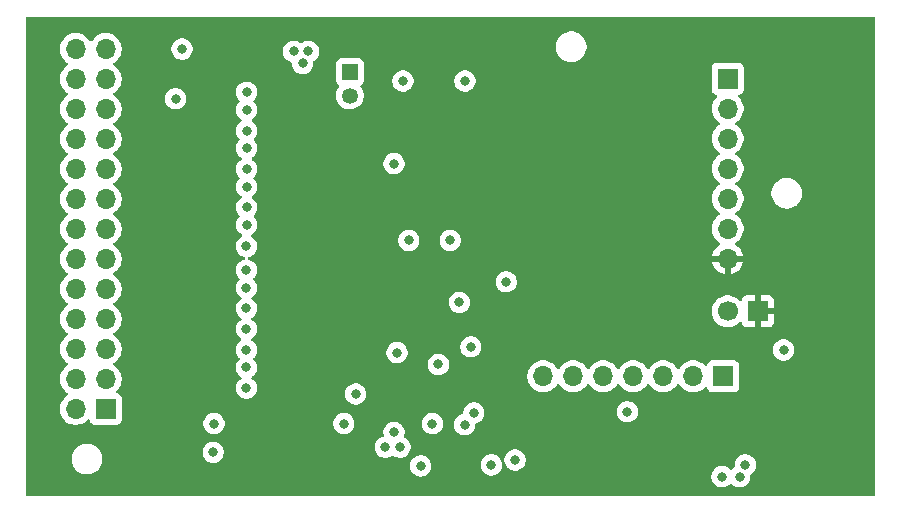
<source format=gbr>
%TF.GenerationSoftware,KiCad,Pcbnew,9.0.5-1.fc42*%
%TF.CreationDate,2025-11-11T18:34:47+01:00*%
%TF.ProjectId,bioamplifier,62696f61-6d70-46c6-9966-6965722e6b69,rev?*%
%TF.SameCoordinates,Original*%
%TF.FileFunction,Copper,L3,Inr*%
%TF.FilePolarity,Positive*%
%FSLAX46Y46*%
G04 Gerber Fmt 4.6, Leading zero omitted, Abs format (unit mm)*
G04 Created by KiCad (PCBNEW 9.0.5-1.fc42) date 2025-11-11 18:34:47*
%MOMM*%
%LPD*%
G01*
G04 APERTURE LIST*
%TA.AperFunction,ComponentPad*%
%ADD10R,1.700000X1.700000*%
%TD*%
%TA.AperFunction,ComponentPad*%
%ADD11C,1.700000*%
%TD*%
%TA.AperFunction,ComponentPad*%
%ADD12R,1.350000X1.350000*%
%TD*%
%TA.AperFunction,ComponentPad*%
%ADD13C,1.350000*%
%TD*%
%TA.AperFunction,ComponentPad*%
%ADD14O,1.700000X1.700000*%
%TD*%
%TA.AperFunction,ViaPad*%
%ADD15C,0.800000*%
%TD*%
%TA.AperFunction,Profile*%
%ADD16C,0.100000*%
%TD*%
G04 APERTURE END LIST*
D10*
%TO.N,GNDD*%
%TO.C,J5*%
X112540000Y-97000000D03*
D11*
%TO.N,/DAISY-IN*%
X110000000Y-97000000D03*
%TD*%
D12*
%TO.N,GNDA*%
%TO.C,J4*%
X78000000Y-76730000D03*
D13*
%TO.N,BIASINV*%
X78000000Y-78730000D03*
%TD*%
D10*
%TO.N,Net-(J3-Pin_1)*%
%TO.C,J3*%
X110000000Y-77300000D03*
D14*
%TO.N,Net-(J3-Pin_2)*%
X110000000Y-79840000D03*
%TO.N,Net-(J3-Pin_3)*%
X110000000Y-82380000D03*
%TO.N,Net-(J3-Pin_4)*%
X110000000Y-84920000D03*
%TO.N,Net-(J3-Pin_5)*%
X110000000Y-87460000D03*
%TO.N,Net-(J3-Pin_6)*%
X110000000Y-90000000D03*
%TO.N,GNDD*%
X110000000Y-92540000D03*
%TD*%
D10*
%TO.N,3.3V_UNREG*%
%TO.C,J1*%
X109620000Y-102500000D03*
D14*
%TO.N,Net-(J1-Pin_2)*%
X107080000Y-102500000D03*
%TO.N,Net-(J1-Pin_3)*%
X104540000Y-102500000D03*
%TO.N,Net-(J1-Pin_4)*%
X102000000Y-102500000D03*
%TO.N,Net-(J1-Pin_5)*%
X99460000Y-102500000D03*
%TO.N,Net-(J1-Pin_6)*%
X96920000Y-102500000D03*
%TO.N,Net-(J1-Pin_7)*%
X94380000Y-102500000D03*
%TD*%
D10*
%TO.N,AVSS*%
%TO.C,J2*%
X57340000Y-105260000D03*
D14*
X54800000Y-105260000D03*
%TO.N,/Electrodes input/REF1*%
X57340000Y-102720000D03*
%TO.N,/Electrodes input/REF2*%
X54800000Y-102720000D03*
%TO.N,/Electrodes input/P1*%
X57340000Y-100180000D03*
%TO.N,/Electrodes input/N1*%
X54800000Y-100180000D03*
%TO.N,/Electrodes input/P2*%
X57340000Y-97640000D03*
%TO.N,/Electrodes input/N2*%
X54800000Y-97640000D03*
%TO.N,/Electrodes input/P3*%
X57340000Y-95100000D03*
%TO.N,/Electrodes input/N3*%
X54800000Y-95100000D03*
%TO.N,/Electrodes input/P4*%
X57340000Y-92560000D03*
%TO.N,/Electrodes input/N4*%
X54800000Y-92560000D03*
%TO.N,/Electrodes input/P5*%
X57340000Y-90020000D03*
%TO.N,/Electrodes input/N5*%
X54800000Y-90020000D03*
%TO.N,/Electrodes input/P6*%
X57340000Y-87480000D03*
%TO.N,/Electrodes input/N6*%
X54800000Y-87480000D03*
%TO.N,/Electrodes input/P7*%
X57340000Y-84940000D03*
%TO.N,/Electrodes input/N7*%
X54800000Y-84940000D03*
%TO.N,/Electrodes input/P8*%
X57340000Y-82400000D03*
%TO.N,/Electrodes input/N8*%
X54800000Y-82400000D03*
%TO.N,/Electrodes input/BIAS*%
X57340000Y-79860000D03*
X54800000Y-79860000D03*
%TO.N,GNDA*%
X57340000Y-77320000D03*
X54800000Y-77320000D03*
%TO.N,AVDD*%
X57340000Y-74780000D03*
X54800000Y-74780000D03*
%TD*%
D15*
%TO.N,AVDD*%
X83000000Y-91000000D03*
X91250000Y-94500000D03*
%TO.N,GNDD*%
X85750000Y-84500000D03*
X91750000Y-79500000D03*
X116000000Y-97000000D03*
X88475500Y-90216800D03*
X113362500Y-104500000D03*
X93000000Y-98500000D03*
X117862500Y-111000000D03*
%TO.N,GNDA*%
X73250000Y-75000000D03*
X69250000Y-95000000D03*
X69250000Y-91500000D03*
X69270000Y-86446852D03*
X69250000Y-101750000D03*
X69249825Y-98499825D03*
X69270000Y-84946852D03*
X111000000Y-111000000D03*
X69250000Y-93500000D03*
X69270000Y-79946852D03*
X69270000Y-81696852D03*
X81750000Y-84500000D03*
X87274662Y-96242371D03*
X81750000Y-107250000D03*
X69250000Y-103500000D03*
X69270000Y-78446852D03*
X82250000Y-108500000D03*
X69250000Y-96750000D03*
X74500000Y-75000000D03*
X109500000Y-111000000D03*
X101500000Y-105500000D03*
X92000000Y-109587500D03*
X111500000Y-110000000D03*
X69270000Y-83196852D03*
X69250000Y-100250000D03*
X66439122Y-108943294D03*
X63800000Y-74800000D03*
X63250000Y-79000000D03*
X81000000Y-108500000D03*
X69270000Y-89696852D03*
X74000000Y-76000000D03*
X66500000Y-106500000D03*
X69270000Y-88196852D03*
%TO.N,-2.5V_UNREG*%
X88500000Y-105587500D03*
%TO.N,AVSS*%
X78500000Y-104000000D03*
X88250000Y-100000000D03*
X87750000Y-77500000D03*
X82500000Y-77500000D03*
X77500000Y-106500000D03*
X82000000Y-100500000D03*
%TO.N,Net-(U11-CAP+)*%
X87725000Y-106587500D03*
%TO.N,Net-(U11-CAP-)*%
X84000000Y-110087500D03*
%TO.N,DVDD*%
X114725000Y-100275000D03*
X85500000Y-101500000D03*
X86500000Y-91000000D03*
X90000000Y-110000000D03*
X85000000Y-106500000D03*
%TD*%
%TA.AperFunction,Conductor*%
%TO.N,GNDD*%
G36*
X122317539Y-72063088D02*
G01*
X122363294Y-72115892D01*
X122374500Y-72167403D01*
X122374500Y-112431776D01*
X122354815Y-112498815D01*
X122302011Y-112544570D01*
X122250500Y-112555776D01*
X50726096Y-112555776D01*
X50659057Y-112536091D01*
X50613302Y-112483287D01*
X50602096Y-112431776D01*
X50602096Y-109397648D01*
X54449500Y-109397648D01*
X54449500Y-109602351D01*
X54481522Y-109804534D01*
X54544781Y-109999223D01*
X54593015Y-110093885D01*
X54627484Y-110161535D01*
X54637715Y-110181613D01*
X54758028Y-110347213D01*
X54902786Y-110491971D01*
X55015740Y-110574035D01*
X55068390Y-110612287D01*
X55184607Y-110671503D01*
X55250776Y-110705218D01*
X55250778Y-110705218D01*
X55250781Y-110705220D01*
X55349612Y-110737332D01*
X55445465Y-110768477D01*
X55522227Y-110780635D01*
X55647648Y-110800500D01*
X55647649Y-110800500D01*
X55852351Y-110800500D01*
X55852352Y-110800500D01*
X56054534Y-110768477D01*
X56249219Y-110705220D01*
X56431610Y-110612287D01*
X56566827Y-110514047D01*
X56597213Y-110491971D01*
X56597215Y-110491968D01*
X56597219Y-110491966D01*
X56741966Y-110347219D01*
X56741968Y-110347215D01*
X56741971Y-110347213D01*
X56834857Y-110219364D01*
X56862287Y-110181610D01*
X56955220Y-109999219D01*
X56955355Y-109998804D01*
X83099500Y-109998804D01*
X83099500Y-110176195D01*
X83134103Y-110350158D01*
X83134106Y-110350167D01*
X83201983Y-110514040D01*
X83201990Y-110514053D01*
X83300535Y-110661534D01*
X83300538Y-110661538D01*
X83425961Y-110786961D01*
X83425965Y-110786964D01*
X83573446Y-110885509D01*
X83573459Y-110885516D01*
X83696363Y-110936423D01*
X83737334Y-110953394D01*
X83737336Y-110953394D01*
X83737341Y-110953396D01*
X83911304Y-110987999D01*
X83911307Y-110988000D01*
X83911309Y-110988000D01*
X84088693Y-110988000D01*
X84088694Y-110987999D01*
X84146682Y-110976464D01*
X84262658Y-110953396D01*
X84262661Y-110953394D01*
X84262666Y-110953394D01*
X84364281Y-110911304D01*
X108599500Y-110911304D01*
X108599500Y-111088695D01*
X108634103Y-111262658D01*
X108634106Y-111262667D01*
X108701983Y-111426540D01*
X108701990Y-111426553D01*
X108800535Y-111574034D01*
X108800538Y-111574038D01*
X108925961Y-111699461D01*
X108925965Y-111699464D01*
X109073446Y-111798009D01*
X109073459Y-111798016D01*
X109196363Y-111848923D01*
X109237334Y-111865894D01*
X109237336Y-111865894D01*
X109237341Y-111865896D01*
X109411304Y-111900499D01*
X109411307Y-111900500D01*
X109411309Y-111900500D01*
X109588693Y-111900500D01*
X109588694Y-111900499D01*
X109646682Y-111888964D01*
X109762658Y-111865896D01*
X109762661Y-111865894D01*
X109762666Y-111865894D01*
X109926547Y-111798013D01*
X110074035Y-111699464D01*
X110074038Y-111699461D01*
X110162319Y-111611181D01*
X110223642Y-111577696D01*
X110293334Y-111582680D01*
X110337681Y-111611181D01*
X110425961Y-111699461D01*
X110425965Y-111699464D01*
X110573446Y-111798009D01*
X110573459Y-111798016D01*
X110696363Y-111848923D01*
X110737334Y-111865894D01*
X110737336Y-111865894D01*
X110737341Y-111865896D01*
X110911304Y-111900499D01*
X110911307Y-111900500D01*
X110911309Y-111900500D01*
X111088693Y-111900500D01*
X111088694Y-111900499D01*
X111146682Y-111888964D01*
X111262658Y-111865896D01*
X111262661Y-111865894D01*
X111262666Y-111865894D01*
X111426547Y-111798013D01*
X111574035Y-111699464D01*
X111699464Y-111574035D01*
X111798013Y-111426547D01*
X111865894Y-111262666D01*
X111900500Y-111088691D01*
X111900500Y-110911309D01*
X111899828Y-110907930D01*
X111899989Y-110906123D01*
X111899903Y-110905244D01*
X111900069Y-110905227D01*
X111906054Y-110838339D01*
X111948916Y-110783161D01*
X111952532Y-110780649D01*
X112074035Y-110699464D01*
X112199464Y-110574035D01*
X112298013Y-110426547D01*
X112299771Y-110422304D01*
X112329650Y-110350167D01*
X112365894Y-110262666D01*
X112374508Y-110219364D01*
X112398350Y-110099500D01*
X112400500Y-110088691D01*
X112400500Y-109911309D01*
X112400500Y-109911306D01*
X112400499Y-109911304D01*
X112365896Y-109737341D01*
X112365893Y-109737332D01*
X112298016Y-109573459D01*
X112298009Y-109573446D01*
X112199464Y-109425965D01*
X112199461Y-109425961D01*
X112074038Y-109300538D01*
X112074034Y-109300535D01*
X111926553Y-109201990D01*
X111926540Y-109201983D01*
X111762667Y-109134106D01*
X111762658Y-109134103D01*
X111588694Y-109099500D01*
X111588691Y-109099500D01*
X111411309Y-109099500D01*
X111411306Y-109099500D01*
X111237341Y-109134103D01*
X111237332Y-109134106D01*
X111073459Y-109201983D01*
X111073446Y-109201990D01*
X110925965Y-109300535D01*
X110925961Y-109300538D01*
X110800538Y-109425961D01*
X110800535Y-109425965D01*
X110701990Y-109573446D01*
X110701983Y-109573459D01*
X110634106Y-109737332D01*
X110634103Y-109737341D01*
X110599500Y-109911304D01*
X110599500Y-110088699D01*
X110600173Y-110092081D01*
X110600011Y-110093885D01*
X110600097Y-110094755D01*
X110599932Y-110094771D01*
X110593940Y-110161672D01*
X110551072Y-110216846D01*
X110547445Y-110219364D01*
X110425965Y-110300535D01*
X110425961Y-110300538D01*
X110337681Y-110388819D01*
X110276358Y-110422304D01*
X110206666Y-110417320D01*
X110162319Y-110388819D01*
X110074038Y-110300538D01*
X110074034Y-110300535D01*
X109926553Y-110201990D01*
X109926540Y-110201983D01*
X109762667Y-110134106D01*
X109762658Y-110134103D01*
X109588694Y-110099500D01*
X109588691Y-110099500D01*
X109411309Y-110099500D01*
X109411306Y-110099500D01*
X109237341Y-110134103D01*
X109237332Y-110134106D01*
X109073459Y-110201983D01*
X109073446Y-110201990D01*
X108925965Y-110300535D01*
X108925961Y-110300538D01*
X108800538Y-110425961D01*
X108800535Y-110425965D01*
X108701990Y-110573446D01*
X108701983Y-110573459D01*
X108634106Y-110737332D01*
X108634103Y-110737341D01*
X108599500Y-110911304D01*
X84364281Y-110911304D01*
X84426547Y-110885513D01*
X84574035Y-110786964D01*
X84699464Y-110661535D01*
X84798013Y-110514047D01*
X84865894Y-110350166D01*
X84866481Y-110347219D01*
X84900499Y-110176195D01*
X84900500Y-110176193D01*
X84900500Y-109998806D01*
X84900499Y-109998804D01*
X84886696Y-109929408D01*
X84883095Y-109911304D01*
X89099500Y-109911304D01*
X89099500Y-110088695D01*
X89134103Y-110262658D01*
X89134106Y-110262667D01*
X89201983Y-110426540D01*
X89201990Y-110426553D01*
X89300535Y-110574034D01*
X89300538Y-110574038D01*
X89425961Y-110699461D01*
X89425965Y-110699464D01*
X89573446Y-110798009D01*
X89573459Y-110798016D01*
X89696363Y-110848923D01*
X89737334Y-110865894D01*
X89737336Y-110865894D01*
X89737341Y-110865896D01*
X89911304Y-110900499D01*
X89911307Y-110900500D01*
X89911309Y-110900500D01*
X90088693Y-110900500D01*
X90088694Y-110900499D01*
X90164020Y-110885516D01*
X90262658Y-110865896D01*
X90262661Y-110865894D01*
X90262666Y-110865894D01*
X90426547Y-110798013D01*
X90574035Y-110699464D01*
X90699464Y-110574035D01*
X90798013Y-110426547D01*
X90799771Y-110422304D01*
X90829650Y-110350167D01*
X90865894Y-110262666D01*
X90874508Y-110219364D01*
X90898350Y-110099500D01*
X90900500Y-110088691D01*
X90900500Y-109911309D01*
X90865894Y-109737334D01*
X90834256Y-109660953D01*
X90798016Y-109573459D01*
X90798009Y-109573446D01*
X90748134Y-109498804D01*
X91099500Y-109498804D01*
X91099500Y-109498809D01*
X91099500Y-109676191D01*
X91134106Y-109850166D01*
X91143444Y-109872712D01*
X91143445Y-109872713D01*
X91201983Y-110014041D01*
X91201990Y-110014053D01*
X91300535Y-110161534D01*
X91300538Y-110161538D01*
X91425961Y-110286961D01*
X91425965Y-110286964D01*
X91573446Y-110385509D01*
X91573459Y-110385516D01*
X91662275Y-110422304D01*
X91737334Y-110453394D01*
X91737336Y-110453394D01*
X91737341Y-110453396D01*
X91911304Y-110487999D01*
X91911307Y-110488000D01*
X91911309Y-110488000D01*
X92088693Y-110488000D01*
X92088694Y-110487999D01*
X92146682Y-110476464D01*
X92262658Y-110453396D01*
X92262661Y-110453394D01*
X92262666Y-110453394D01*
X92426547Y-110385513D01*
X92574035Y-110286964D01*
X92699464Y-110161535D01*
X92798013Y-110014047D01*
X92865894Y-109850166D01*
X92867162Y-109843794D01*
X92900499Y-109676195D01*
X92900500Y-109676193D01*
X92900500Y-109498806D01*
X92900499Y-109498804D01*
X92865896Y-109324841D01*
X92865893Y-109324832D01*
X92855829Y-109300536D01*
X92818926Y-109211442D01*
X92798016Y-109160959D01*
X92798009Y-109160946D01*
X92699464Y-109013465D01*
X92699461Y-109013461D01*
X92574038Y-108888038D01*
X92574034Y-108888035D01*
X92426553Y-108789490D01*
X92426540Y-108789483D01*
X92262667Y-108721606D01*
X92262658Y-108721603D01*
X92088694Y-108687000D01*
X92088691Y-108687000D01*
X91911309Y-108687000D01*
X91911306Y-108687000D01*
X91737341Y-108721603D01*
X91737332Y-108721606D01*
X91573459Y-108789483D01*
X91573446Y-108789490D01*
X91425965Y-108888035D01*
X91425961Y-108888038D01*
X91300538Y-109013461D01*
X91300535Y-109013465D01*
X91201990Y-109160946D01*
X91201983Y-109160959D01*
X91134106Y-109324832D01*
X91134103Y-109324841D01*
X91099500Y-109498804D01*
X90748134Y-109498804D01*
X90699464Y-109425965D01*
X90699461Y-109425961D01*
X90574038Y-109300538D01*
X90574034Y-109300535D01*
X90426553Y-109201990D01*
X90426540Y-109201983D01*
X90262667Y-109134106D01*
X90262658Y-109134103D01*
X90088694Y-109099500D01*
X90088691Y-109099500D01*
X89911309Y-109099500D01*
X89911306Y-109099500D01*
X89737341Y-109134103D01*
X89737332Y-109134106D01*
X89573459Y-109201983D01*
X89573446Y-109201990D01*
X89425965Y-109300535D01*
X89425961Y-109300538D01*
X89300538Y-109425961D01*
X89300535Y-109425965D01*
X89201990Y-109573446D01*
X89201983Y-109573459D01*
X89134106Y-109737332D01*
X89134103Y-109737341D01*
X89099500Y-109911304D01*
X84883095Y-109911304D01*
X84865895Y-109824840D01*
X84865894Y-109824834D01*
X84831298Y-109741310D01*
X84798016Y-109660959D01*
X84798009Y-109660946D01*
X84699464Y-109513465D01*
X84699461Y-109513461D01*
X84574038Y-109388038D01*
X84574034Y-109388035D01*
X84426553Y-109289490D01*
X84426540Y-109289483D01*
X84262667Y-109221606D01*
X84262658Y-109221603D01*
X84088694Y-109187000D01*
X84088691Y-109187000D01*
X83911309Y-109187000D01*
X83911306Y-109187000D01*
X83737341Y-109221603D01*
X83737332Y-109221606D01*
X83573459Y-109289483D01*
X83573446Y-109289490D01*
X83425965Y-109388035D01*
X83425961Y-109388038D01*
X83300538Y-109513461D01*
X83300535Y-109513465D01*
X83201990Y-109660946D01*
X83201983Y-109660959D01*
X83134106Y-109824832D01*
X83134103Y-109824841D01*
X83099500Y-109998804D01*
X56955355Y-109998804D01*
X57018477Y-109804534D01*
X57050500Y-109602352D01*
X57050500Y-109397648D01*
X57034719Y-109298013D01*
X57018477Y-109195465D01*
X56955218Y-109000776D01*
X56906318Y-108904806D01*
X56880736Y-108854598D01*
X65538622Y-108854598D01*
X65538622Y-109031989D01*
X65573225Y-109205952D01*
X65573228Y-109205961D01*
X65641105Y-109369834D01*
X65641112Y-109369847D01*
X65739657Y-109517328D01*
X65739660Y-109517332D01*
X65865083Y-109642755D01*
X65865087Y-109642758D01*
X66012568Y-109741303D01*
X66012581Y-109741310D01*
X66135485Y-109792217D01*
X66176456Y-109809188D01*
X66176458Y-109809188D01*
X66176463Y-109809190D01*
X66350426Y-109843793D01*
X66350429Y-109843794D01*
X66350431Y-109843794D01*
X66527815Y-109843794D01*
X66527816Y-109843793D01*
X66623141Y-109824832D01*
X66701780Y-109809190D01*
X66701783Y-109809188D01*
X66701788Y-109809188D01*
X66865669Y-109741307D01*
X67013157Y-109642758D01*
X67138586Y-109517329D01*
X67237135Y-109369841D01*
X67305016Y-109205960D01*
X67305807Y-109201987D01*
X67339621Y-109031989D01*
X67339622Y-109031987D01*
X67339622Y-108854600D01*
X67339621Y-108854598D01*
X67305018Y-108680635D01*
X67305015Y-108680626D01*
X67293481Y-108652781D01*
X67266935Y-108588691D01*
X67237138Y-108516753D01*
X67237131Y-108516740D01*
X67208645Y-108474108D01*
X67166680Y-108411304D01*
X80099500Y-108411304D01*
X80099500Y-108588695D01*
X80134103Y-108762658D01*
X80134106Y-108762667D01*
X80201983Y-108926540D01*
X80201990Y-108926553D01*
X80300535Y-109074034D01*
X80300538Y-109074038D01*
X80425961Y-109199461D01*
X80425965Y-109199464D01*
X80573446Y-109298009D01*
X80573459Y-109298016D01*
X80638200Y-109324832D01*
X80737334Y-109365894D01*
X80737336Y-109365894D01*
X80737341Y-109365896D01*
X80911304Y-109400499D01*
X80911307Y-109400500D01*
X80911309Y-109400500D01*
X81088693Y-109400500D01*
X81088694Y-109400499D01*
X81151356Y-109388035D01*
X81262658Y-109365896D01*
X81262661Y-109365894D01*
X81262666Y-109365894D01*
X81426547Y-109298013D01*
X81556109Y-109211442D01*
X81622786Y-109190564D01*
X81690166Y-109209048D01*
X81693891Y-109211442D01*
X81823447Y-109298009D01*
X81823453Y-109298013D01*
X81823455Y-109298014D01*
X81823459Y-109298016D01*
X81888200Y-109324832D01*
X81987334Y-109365894D01*
X81987336Y-109365894D01*
X81987341Y-109365896D01*
X82161304Y-109400499D01*
X82161307Y-109400500D01*
X82161309Y-109400500D01*
X82338693Y-109400500D01*
X82338694Y-109400499D01*
X82401356Y-109388035D01*
X82512658Y-109365896D01*
X82512661Y-109365894D01*
X82512666Y-109365894D01*
X82676547Y-109298013D01*
X82824035Y-109199464D01*
X82949464Y-109074035D01*
X83048013Y-108926547D01*
X83115894Y-108762666D01*
X83124062Y-108721606D01*
X83150499Y-108588695D01*
X83150500Y-108588693D01*
X83150500Y-108411306D01*
X83150499Y-108411304D01*
X83115896Y-108237341D01*
X83115893Y-108237332D01*
X83113486Y-108231522D01*
X83049647Y-108077397D01*
X83048016Y-108073459D01*
X83048009Y-108073446D01*
X82949464Y-107925965D01*
X82949461Y-107925961D01*
X82824038Y-107800538D01*
X82824034Y-107800535D01*
X82676552Y-107701990D01*
X82676550Y-107701989D01*
X82676547Y-107701987D01*
X82672399Y-107700269D01*
X82617998Y-107656430D01*
X82595933Y-107590136D01*
X82605292Y-107538259D01*
X82615894Y-107512666D01*
X82650500Y-107338691D01*
X82650500Y-107161309D01*
X82650500Y-107161306D01*
X82650499Y-107161304D01*
X82615896Y-106987341D01*
X82615893Y-106987332D01*
X82548016Y-106823459D01*
X82548009Y-106823446D01*
X82449464Y-106675965D01*
X82449461Y-106675961D01*
X82324038Y-106550538D01*
X82324034Y-106550535D01*
X82260854Y-106508319D01*
X82176553Y-106451990D01*
X82176540Y-106451983D01*
X82078330Y-106411304D01*
X84099500Y-106411304D01*
X84099500Y-106588695D01*
X84134103Y-106762658D01*
X84134106Y-106762667D01*
X84201983Y-106926540D01*
X84201990Y-106926553D01*
X84300535Y-107074034D01*
X84300538Y-107074038D01*
X84425961Y-107199461D01*
X84425965Y-107199464D01*
X84573446Y-107298009D01*
X84573459Y-107298016D01*
X84671659Y-107338691D01*
X84737334Y-107365894D01*
X84737336Y-107365894D01*
X84737341Y-107365896D01*
X84911304Y-107400499D01*
X84911307Y-107400500D01*
X84911309Y-107400500D01*
X85088693Y-107400500D01*
X85088694Y-107400499D01*
X85164020Y-107385516D01*
X85262658Y-107365896D01*
X85262661Y-107365894D01*
X85262666Y-107365894D01*
X85426547Y-107298013D01*
X85574035Y-107199464D01*
X85699464Y-107074035D01*
X85798013Y-106926547D01*
X85865894Y-106762666D01*
X85900500Y-106588691D01*
X85900500Y-106498804D01*
X86824500Y-106498804D01*
X86824500Y-106676195D01*
X86859103Y-106850158D01*
X86859106Y-106850167D01*
X86926983Y-107014040D01*
X86926990Y-107014053D01*
X87025535Y-107161534D01*
X87025538Y-107161538D01*
X87150961Y-107286961D01*
X87150965Y-107286964D01*
X87298446Y-107385509D01*
X87298459Y-107385516D01*
X87421363Y-107436423D01*
X87462334Y-107453394D01*
X87462336Y-107453394D01*
X87462341Y-107453396D01*
X87636304Y-107487999D01*
X87636307Y-107488000D01*
X87636309Y-107488000D01*
X87813693Y-107488000D01*
X87813694Y-107487999D01*
X87871682Y-107476464D01*
X87987658Y-107453396D01*
X87987661Y-107453394D01*
X87987666Y-107453394D01*
X88151547Y-107385513D01*
X88299035Y-107286964D01*
X88424464Y-107161535D01*
X88523013Y-107014047D01*
X88590894Y-106850166D01*
X88596207Y-106823459D01*
X88625499Y-106676195D01*
X88625500Y-106676193D01*
X88625500Y-106582442D01*
X88645185Y-106515403D01*
X88697989Y-106469648D01*
X88725305Y-106460825D01*
X88762666Y-106453394D01*
X88926547Y-106385513D01*
X89074035Y-106286964D01*
X89199464Y-106161535D01*
X89298013Y-106014047D01*
X89365894Y-105850166D01*
X89375767Y-105800535D01*
X89400499Y-105676195D01*
X89400500Y-105676193D01*
X89400500Y-105498806D01*
X89400499Y-105498804D01*
X89386696Y-105429408D01*
X89383095Y-105411304D01*
X100599500Y-105411304D01*
X100599500Y-105588695D01*
X100634103Y-105762658D01*
X100634106Y-105762667D01*
X100701983Y-105926540D01*
X100701990Y-105926553D01*
X100800535Y-106074034D01*
X100800538Y-106074038D01*
X100925961Y-106199461D01*
X100925965Y-106199464D01*
X101073446Y-106298009D01*
X101073459Y-106298016D01*
X101138200Y-106324832D01*
X101237334Y-106365894D01*
X101237336Y-106365894D01*
X101237341Y-106365896D01*
X101411304Y-106400499D01*
X101411307Y-106400500D01*
X101411309Y-106400500D01*
X101588693Y-106400500D01*
X101588694Y-106400499D01*
X101664020Y-106385516D01*
X101762658Y-106365896D01*
X101762661Y-106365894D01*
X101762666Y-106365894D01*
X101926547Y-106298013D01*
X102074035Y-106199464D01*
X102199464Y-106074035D01*
X102298013Y-105926547D01*
X102365894Y-105762666D01*
X102374062Y-105721606D01*
X102400499Y-105588695D01*
X102400500Y-105588693D01*
X102400500Y-105411306D01*
X102400499Y-105411304D01*
X102365896Y-105237341D01*
X102365893Y-105237332D01*
X102298016Y-105073459D01*
X102298009Y-105073446D01*
X102199464Y-104925965D01*
X102199461Y-104925961D01*
X102074038Y-104800538D01*
X102074034Y-104800535D01*
X101926553Y-104701990D01*
X101926540Y-104701983D01*
X101762667Y-104634106D01*
X101762658Y-104634103D01*
X101588694Y-104599500D01*
X101588691Y-104599500D01*
X101411309Y-104599500D01*
X101411306Y-104599500D01*
X101237341Y-104634103D01*
X101237332Y-104634106D01*
X101073459Y-104701983D01*
X101073446Y-104701990D01*
X100925965Y-104800535D01*
X100925961Y-104800538D01*
X100800538Y-104925961D01*
X100800535Y-104925965D01*
X100701990Y-105073446D01*
X100701983Y-105073459D01*
X100634106Y-105237332D01*
X100634103Y-105237341D01*
X100599500Y-105411304D01*
X89383095Y-105411304D01*
X89365895Y-105324840D01*
X89365894Y-105324834D01*
X89329650Y-105237332D01*
X89298016Y-105160959D01*
X89298009Y-105160946D01*
X89199464Y-105013465D01*
X89199461Y-105013461D01*
X89074038Y-104888038D01*
X89074034Y-104888035D01*
X88926553Y-104789490D01*
X88926540Y-104789483D01*
X88762667Y-104721606D01*
X88762658Y-104721603D01*
X88588694Y-104687000D01*
X88588691Y-104687000D01*
X88411309Y-104687000D01*
X88411306Y-104687000D01*
X88237341Y-104721603D01*
X88237332Y-104721606D01*
X88073459Y-104789483D01*
X88073446Y-104789490D01*
X87925965Y-104888035D01*
X87925961Y-104888038D01*
X87800538Y-105013461D01*
X87800535Y-105013465D01*
X87701990Y-105160946D01*
X87701983Y-105160959D01*
X87634106Y-105324832D01*
X87634103Y-105324841D01*
X87599500Y-105498804D01*
X87599500Y-105592557D01*
X87579815Y-105659596D01*
X87527011Y-105705351D01*
X87499693Y-105714174D01*
X87462338Y-105721604D01*
X87462329Y-105721607D01*
X87298459Y-105789483D01*
X87298446Y-105789490D01*
X87150965Y-105888035D01*
X87150961Y-105888038D01*
X87025538Y-106013461D01*
X87025535Y-106013465D01*
X86926990Y-106160946D01*
X86926983Y-106160959D01*
X86859106Y-106324832D01*
X86859103Y-106324841D01*
X86824500Y-106498804D01*
X85900500Y-106498804D01*
X85900500Y-106411309D01*
X85900500Y-106411306D01*
X85900499Y-106411304D01*
X85865896Y-106237341D01*
X85865893Y-106237332D01*
X85857671Y-106217483D01*
X85834499Y-106161538D01*
X85798016Y-106073459D01*
X85798009Y-106073446D01*
X85699464Y-105925965D01*
X85699461Y-105925961D01*
X85574038Y-105800538D01*
X85574034Y-105800535D01*
X85426553Y-105701990D01*
X85426540Y-105701983D01*
X85262667Y-105634106D01*
X85262658Y-105634103D01*
X85088694Y-105599500D01*
X85088691Y-105599500D01*
X84911309Y-105599500D01*
X84911306Y-105599500D01*
X84737341Y-105634103D01*
X84737332Y-105634106D01*
X84573459Y-105701983D01*
X84573446Y-105701990D01*
X84425965Y-105800535D01*
X84425961Y-105800538D01*
X84300538Y-105925961D01*
X84300535Y-105925965D01*
X84201990Y-106073446D01*
X84201983Y-106073459D01*
X84134106Y-106237332D01*
X84134103Y-106237341D01*
X84099500Y-106411304D01*
X82078330Y-106411304D01*
X82012667Y-106384106D01*
X82012658Y-106384103D01*
X81838694Y-106349500D01*
X81838691Y-106349500D01*
X81661309Y-106349500D01*
X81661306Y-106349500D01*
X81487341Y-106384103D01*
X81487332Y-106384106D01*
X81323459Y-106451983D01*
X81323446Y-106451990D01*
X81175965Y-106550535D01*
X81175961Y-106550538D01*
X81050538Y-106675961D01*
X81050535Y-106675965D01*
X80951990Y-106823446D01*
X80951983Y-106823459D01*
X80884106Y-106987332D01*
X80884103Y-106987341D01*
X80849500Y-107161304D01*
X80849500Y-107338695D01*
X80877564Y-107479783D01*
X80871337Y-107549375D01*
X80828474Y-107604552D01*
X80780139Y-107625591D01*
X80737340Y-107634104D01*
X80737332Y-107634106D01*
X80573459Y-107701983D01*
X80573446Y-107701990D01*
X80425965Y-107800535D01*
X80425961Y-107800538D01*
X80300538Y-107925961D01*
X80300535Y-107925965D01*
X80201990Y-108073446D01*
X80201983Y-108073459D01*
X80134106Y-108237332D01*
X80134103Y-108237341D01*
X80099500Y-108411304D01*
X67166680Y-108411304D01*
X67138586Y-108369259D01*
X67138583Y-108369255D01*
X67013160Y-108243832D01*
X67013156Y-108243829D01*
X66865675Y-108145284D01*
X66865662Y-108145277D01*
X66701789Y-108077400D01*
X66701780Y-108077397D01*
X66527816Y-108042794D01*
X66527813Y-108042794D01*
X66350431Y-108042794D01*
X66350428Y-108042794D01*
X66176463Y-108077397D01*
X66176454Y-108077400D01*
X66012581Y-108145277D01*
X66012568Y-108145284D01*
X65865087Y-108243829D01*
X65865083Y-108243832D01*
X65739660Y-108369255D01*
X65739657Y-108369259D01*
X65641112Y-108516740D01*
X65641105Y-108516753D01*
X65573228Y-108680626D01*
X65573225Y-108680635D01*
X65538622Y-108854598D01*
X56880736Y-108854598D01*
X56862284Y-108818385D01*
X56741971Y-108652786D01*
X56597213Y-108508028D01*
X56431613Y-108387715D01*
X56431612Y-108387714D01*
X56431610Y-108387713D01*
X56374653Y-108358691D01*
X56249223Y-108294781D01*
X56054534Y-108231522D01*
X55879995Y-108203878D01*
X55852352Y-108199500D01*
X55647648Y-108199500D01*
X55623329Y-108203351D01*
X55445465Y-108231522D01*
X55250776Y-108294781D01*
X55068386Y-108387715D01*
X54902786Y-108508028D01*
X54758028Y-108652786D01*
X54637715Y-108818386D01*
X54544781Y-109000776D01*
X54481522Y-109195465D01*
X54449500Y-109397648D01*
X50602096Y-109397648D01*
X50602096Y-74673713D01*
X53449500Y-74673713D01*
X53449500Y-74886287D01*
X53449882Y-74888696D01*
X53481558Y-75088695D01*
X53482754Y-75096243D01*
X53536828Y-75262666D01*
X53548444Y-75298414D01*
X53644951Y-75487820D01*
X53769890Y-75659786D01*
X53920213Y-75810109D01*
X54092182Y-75935050D01*
X54100946Y-75939516D01*
X54151742Y-75987491D01*
X54168536Y-76055312D01*
X54145998Y-76121447D01*
X54100946Y-76160484D01*
X54092182Y-76164949D01*
X53920213Y-76289890D01*
X53769890Y-76440213D01*
X53644951Y-76612179D01*
X53548444Y-76801585D01*
X53482753Y-77003760D01*
X53471716Y-77073446D01*
X53449500Y-77213713D01*
X53449500Y-77426287D01*
X53459534Y-77489644D01*
X53473997Y-77580958D01*
X53482754Y-77636243D01*
X53544488Y-77826241D01*
X53548444Y-77838414D01*
X53644951Y-78027820D01*
X53769890Y-78199786D01*
X53920213Y-78350109D01*
X54092182Y-78475050D01*
X54100946Y-78479516D01*
X54151742Y-78527491D01*
X54168536Y-78595312D01*
X54145998Y-78661447D01*
X54100946Y-78700484D01*
X54092182Y-78704949D01*
X53920213Y-78829890D01*
X53769890Y-78980213D01*
X53644951Y-79152179D01*
X53548444Y-79341585D01*
X53482753Y-79543760D01*
X53449500Y-79753713D01*
X53449500Y-79966286D01*
X53479585Y-80156239D01*
X53482754Y-80176243D01*
X53546814Y-80373399D01*
X53548444Y-80378414D01*
X53644951Y-80567820D01*
X53769890Y-80739786D01*
X53920213Y-80890109D01*
X54092182Y-81015050D01*
X54100946Y-81019516D01*
X54151742Y-81067491D01*
X54168536Y-81135312D01*
X54145998Y-81201447D01*
X54100946Y-81240484D01*
X54092182Y-81244949D01*
X53920213Y-81369890D01*
X53769890Y-81520213D01*
X53644951Y-81692179D01*
X53548444Y-81881585D01*
X53482753Y-82083760D01*
X53449500Y-82293713D01*
X53449500Y-82506286D01*
X53479585Y-82696239D01*
X53482754Y-82716243D01*
X53541945Y-82898414D01*
X53548444Y-82918414D01*
X53644951Y-83107820D01*
X53769890Y-83279786D01*
X53920213Y-83430109D01*
X54092182Y-83555050D01*
X54100946Y-83559516D01*
X54151742Y-83607491D01*
X54168536Y-83675312D01*
X54145998Y-83741447D01*
X54100946Y-83780484D01*
X54092182Y-83784949D01*
X53920213Y-83909890D01*
X53769890Y-84060213D01*
X53644951Y-84232179D01*
X53548444Y-84421585D01*
X53482753Y-84623760D01*
X53449500Y-84833713D01*
X53449500Y-85046286D01*
X53479585Y-85236239D01*
X53482754Y-85256243D01*
X53541945Y-85438414D01*
X53548444Y-85458414D01*
X53644951Y-85647820D01*
X53769890Y-85819786D01*
X53920213Y-85970109D01*
X54092182Y-86095050D01*
X54100946Y-86099516D01*
X54151742Y-86147491D01*
X54168536Y-86215312D01*
X54145998Y-86281447D01*
X54100946Y-86320484D01*
X54092182Y-86324949D01*
X53920213Y-86449890D01*
X53769890Y-86600213D01*
X53644951Y-86772179D01*
X53548444Y-86961585D01*
X53548443Y-86961587D01*
X53548443Y-86961588D01*
X53529175Y-87020890D01*
X53482753Y-87163760D01*
X53449500Y-87373713D01*
X53449500Y-87586286D01*
X53479585Y-87776239D01*
X53482754Y-87796243D01*
X53546350Y-87991971D01*
X53548444Y-87998414D01*
X53644951Y-88187820D01*
X53769890Y-88359786D01*
X53920213Y-88510109D01*
X54092182Y-88635050D01*
X54100946Y-88639516D01*
X54151742Y-88687491D01*
X54168536Y-88755312D01*
X54145998Y-88821447D01*
X54100946Y-88860484D01*
X54092182Y-88864949D01*
X53920213Y-88989890D01*
X53769890Y-89140213D01*
X53644951Y-89312179D01*
X53548444Y-89501585D01*
X53482753Y-89703760D01*
X53452668Y-89893713D01*
X53449500Y-89913713D01*
X53449500Y-90126287D01*
X53459534Y-90189644D01*
X53479585Y-90316239D01*
X53482754Y-90336243D01*
X53543054Y-90521827D01*
X53548444Y-90538414D01*
X53644951Y-90727820D01*
X53769890Y-90899786D01*
X53920213Y-91050109D01*
X54092182Y-91175050D01*
X54100946Y-91179516D01*
X54151742Y-91227491D01*
X54168536Y-91295312D01*
X54145998Y-91361447D01*
X54100946Y-91400484D01*
X54092182Y-91404949D01*
X53920213Y-91529890D01*
X53769890Y-91680213D01*
X53644951Y-91852179D01*
X53548444Y-92041585D01*
X53482753Y-92243760D01*
X53449500Y-92453713D01*
X53449500Y-92666286D01*
X53479567Y-92856126D01*
X53482754Y-92876243D01*
X53546829Y-93073446D01*
X53548444Y-93078414D01*
X53644951Y-93267820D01*
X53769890Y-93439786D01*
X53920213Y-93590109D01*
X54092182Y-93715050D01*
X54100946Y-93719516D01*
X54151742Y-93767491D01*
X54168536Y-93835312D01*
X54145998Y-93901447D01*
X54100946Y-93940484D01*
X54092182Y-93944949D01*
X53920213Y-94069890D01*
X53769890Y-94220213D01*
X53644951Y-94392179D01*
X53548444Y-94581585D01*
X53482753Y-94783760D01*
X53449500Y-94993713D01*
X53449500Y-95206286D01*
X53480260Y-95400500D01*
X53482754Y-95416243D01*
X53523910Y-95542909D01*
X53548444Y-95618414D01*
X53644951Y-95807820D01*
X53769890Y-95979786D01*
X53920213Y-96130109D01*
X54092182Y-96255050D01*
X54100946Y-96259516D01*
X54151742Y-96307491D01*
X54168536Y-96375312D01*
X54145998Y-96441447D01*
X54100946Y-96480484D01*
X54092182Y-96484949D01*
X53920213Y-96609890D01*
X53769890Y-96760213D01*
X53644951Y-96932179D01*
X53548444Y-97121585D01*
X53482753Y-97323760D01*
X53449500Y-97533713D01*
X53449500Y-97746286D01*
X53477930Y-97925790D01*
X53482754Y-97956243D01*
X53526892Y-98092086D01*
X53548444Y-98158414D01*
X53644951Y-98347820D01*
X53769890Y-98519786D01*
X53920213Y-98670109D01*
X54092182Y-98795050D01*
X54100946Y-98799516D01*
X54151742Y-98847491D01*
X54168536Y-98915312D01*
X54145998Y-98981447D01*
X54100946Y-99020484D01*
X54092182Y-99024949D01*
X53920213Y-99149890D01*
X53769890Y-99300213D01*
X53644951Y-99472179D01*
X53548444Y-99661585D01*
X53482753Y-99863760D01*
X53459220Y-100012341D01*
X53449500Y-100073713D01*
X53449500Y-100286287D01*
X53482754Y-100496243D01*
X53541336Y-100676540D01*
X53548444Y-100698414D01*
X53644951Y-100887820D01*
X53769890Y-101059786D01*
X53920213Y-101210109D01*
X54092182Y-101335050D01*
X54100946Y-101339516D01*
X54151742Y-101387491D01*
X54168536Y-101455312D01*
X54145998Y-101521447D01*
X54100946Y-101560484D01*
X54092182Y-101564949D01*
X53920213Y-101689890D01*
X53769890Y-101840213D01*
X53644951Y-102012179D01*
X53548444Y-102201585D01*
X53482753Y-102403760D01*
X53449500Y-102613713D01*
X53449500Y-102826286D01*
X53470939Y-102961650D01*
X53482754Y-103036243D01*
X53536606Y-103201983D01*
X53548444Y-103238414D01*
X53644951Y-103427820D01*
X53769890Y-103599786D01*
X53920213Y-103750109D01*
X54092182Y-103875050D01*
X54100946Y-103879516D01*
X54151742Y-103927491D01*
X54168536Y-103995312D01*
X54145998Y-104061447D01*
X54100946Y-104100484D01*
X54092182Y-104104949D01*
X53920213Y-104229890D01*
X53769890Y-104380213D01*
X53644951Y-104552179D01*
X53548444Y-104741585D01*
X53482753Y-104943760D01*
X53449500Y-105153713D01*
X53449500Y-105366286D01*
X53470489Y-105498809D01*
X53482754Y-105576243D01*
X53543324Y-105762658D01*
X53548444Y-105778414D01*
X53644951Y-105967820D01*
X53769890Y-106139786D01*
X53920213Y-106290109D01*
X54092179Y-106415048D01*
X54092181Y-106415049D01*
X54092184Y-106415051D01*
X54281588Y-106511557D01*
X54483757Y-106577246D01*
X54693713Y-106610500D01*
X54693714Y-106610500D01*
X54906286Y-106610500D01*
X54906287Y-106610500D01*
X55116243Y-106577246D01*
X55318412Y-106511557D01*
X55507816Y-106415051D01*
X55679792Y-106290104D01*
X55793329Y-106176566D01*
X55854648Y-106143084D01*
X55924340Y-106148068D01*
X55980274Y-106189939D01*
X55997189Y-106220917D01*
X56046202Y-106352328D01*
X56046206Y-106352335D01*
X56132452Y-106467544D01*
X56132455Y-106467547D01*
X56247664Y-106553793D01*
X56247671Y-106553797D01*
X56382517Y-106604091D01*
X56382516Y-106604091D01*
X56389444Y-106604835D01*
X56442127Y-106610500D01*
X58237872Y-106610499D01*
X58297483Y-106604091D01*
X58432331Y-106553796D01*
X58547546Y-106467546D01*
X58589649Y-106411304D01*
X65599500Y-106411304D01*
X65599500Y-106588695D01*
X65634103Y-106762658D01*
X65634106Y-106762667D01*
X65701983Y-106926540D01*
X65701990Y-106926553D01*
X65800535Y-107074034D01*
X65800538Y-107074038D01*
X65925961Y-107199461D01*
X65925965Y-107199464D01*
X66073446Y-107298009D01*
X66073459Y-107298016D01*
X66171659Y-107338691D01*
X66237334Y-107365894D01*
X66237336Y-107365894D01*
X66237341Y-107365896D01*
X66411304Y-107400499D01*
X66411307Y-107400500D01*
X66411309Y-107400500D01*
X66588693Y-107400500D01*
X66588694Y-107400499D01*
X66664020Y-107385516D01*
X66762658Y-107365896D01*
X66762661Y-107365894D01*
X66762666Y-107365894D01*
X66926547Y-107298013D01*
X67074035Y-107199464D01*
X67199464Y-107074035D01*
X67298013Y-106926547D01*
X67365894Y-106762666D01*
X67400500Y-106588691D01*
X67400500Y-106411309D01*
X67400500Y-106411306D01*
X67400499Y-106411304D01*
X76599500Y-106411304D01*
X76599500Y-106588695D01*
X76634103Y-106762658D01*
X76634106Y-106762667D01*
X76701983Y-106926540D01*
X76701990Y-106926553D01*
X76800535Y-107074034D01*
X76800538Y-107074038D01*
X76925961Y-107199461D01*
X76925965Y-107199464D01*
X77073446Y-107298009D01*
X77073459Y-107298016D01*
X77171659Y-107338691D01*
X77237334Y-107365894D01*
X77237336Y-107365894D01*
X77237341Y-107365896D01*
X77411304Y-107400499D01*
X77411307Y-107400500D01*
X77411309Y-107400500D01*
X77588693Y-107400500D01*
X77588694Y-107400499D01*
X77664020Y-107385516D01*
X77762658Y-107365896D01*
X77762661Y-107365894D01*
X77762666Y-107365894D01*
X77926547Y-107298013D01*
X78074035Y-107199464D01*
X78199464Y-107074035D01*
X78298013Y-106926547D01*
X78365894Y-106762666D01*
X78400500Y-106588691D01*
X78400500Y-106411309D01*
X78400500Y-106411306D01*
X78400499Y-106411304D01*
X78365896Y-106237341D01*
X78365893Y-106237332D01*
X78357671Y-106217483D01*
X78334499Y-106161538D01*
X78298016Y-106073459D01*
X78298009Y-106073446D01*
X78199464Y-105925965D01*
X78199461Y-105925961D01*
X78074038Y-105800538D01*
X78074034Y-105800535D01*
X77926553Y-105701990D01*
X77926540Y-105701983D01*
X77762667Y-105634106D01*
X77762658Y-105634103D01*
X77588694Y-105599500D01*
X77588691Y-105599500D01*
X77411309Y-105599500D01*
X77411306Y-105599500D01*
X77237341Y-105634103D01*
X77237332Y-105634106D01*
X77073459Y-105701983D01*
X77073446Y-105701990D01*
X76925965Y-105800535D01*
X76925961Y-105800538D01*
X76800538Y-105925961D01*
X76800535Y-105925965D01*
X76701990Y-106073446D01*
X76701983Y-106073459D01*
X76634106Y-106237332D01*
X76634103Y-106237341D01*
X76599500Y-106411304D01*
X67400499Y-106411304D01*
X67365896Y-106237341D01*
X67365893Y-106237332D01*
X67357671Y-106217483D01*
X67334499Y-106161538D01*
X67298016Y-106073459D01*
X67298009Y-106073446D01*
X67199464Y-105925965D01*
X67199461Y-105925961D01*
X67074038Y-105800538D01*
X67074034Y-105800535D01*
X66926553Y-105701990D01*
X66926540Y-105701983D01*
X66762667Y-105634106D01*
X66762658Y-105634103D01*
X66588694Y-105599500D01*
X66588691Y-105599500D01*
X66411309Y-105599500D01*
X66411306Y-105599500D01*
X66237341Y-105634103D01*
X66237332Y-105634106D01*
X66073459Y-105701983D01*
X66073446Y-105701990D01*
X65925965Y-105800535D01*
X65925961Y-105800538D01*
X65800538Y-105925961D01*
X65800535Y-105925965D01*
X65701990Y-106073446D01*
X65701983Y-106073459D01*
X65634106Y-106237332D01*
X65634103Y-106237341D01*
X65599500Y-106411304D01*
X58589649Y-106411304D01*
X58633796Y-106352331D01*
X58684091Y-106217483D01*
X58690500Y-106157873D01*
X58690499Y-104362128D01*
X58684091Y-104302517D01*
X58682810Y-104299083D01*
X58633797Y-104167671D01*
X58633793Y-104167664D01*
X58547547Y-104052455D01*
X58547544Y-104052452D01*
X58432335Y-103966206D01*
X58432328Y-103966202D01*
X58300917Y-103917189D01*
X58244983Y-103875318D01*
X58220566Y-103809853D01*
X58235418Y-103741580D01*
X58256563Y-103713332D01*
X58370104Y-103599792D01*
X58378167Y-103588695D01*
X58473497Y-103457483D01*
X58495051Y-103427816D01*
X58591557Y-103238412D01*
X58657246Y-103036243D01*
X58690500Y-102826287D01*
X58690500Y-102613713D01*
X58657246Y-102403757D01*
X58591557Y-102201588D01*
X58495051Y-102012184D01*
X58495049Y-102012181D01*
X58495048Y-102012179D01*
X58370109Y-101840213D01*
X58219786Y-101689890D01*
X58047820Y-101564951D01*
X58047115Y-101564591D01*
X58039054Y-101560485D01*
X57988259Y-101512512D01*
X57971463Y-101444692D01*
X57993999Y-101378556D01*
X58039054Y-101339515D01*
X58047816Y-101335051D01*
X58106449Y-101292452D01*
X58219786Y-101210109D01*
X58219788Y-101210106D01*
X58219792Y-101210104D01*
X58370104Y-101059792D01*
X58370106Y-101059788D01*
X58370109Y-101059786D01*
X58495048Y-100887820D01*
X58495047Y-100887820D01*
X58495051Y-100887816D01*
X58591557Y-100698412D01*
X58657246Y-100496243D01*
X58690500Y-100286287D01*
X58690500Y-100073713D01*
X58657246Y-99863757D01*
X58591557Y-99661588D01*
X58495051Y-99472184D01*
X58495049Y-99472181D01*
X58495048Y-99472179D01*
X58370109Y-99300213D01*
X58219786Y-99149890D01*
X58047820Y-99024951D01*
X58047115Y-99024591D01*
X58039054Y-99020485D01*
X57988259Y-98972512D01*
X57971463Y-98904692D01*
X57993999Y-98838556D01*
X58039054Y-98799515D01*
X58047816Y-98795051D01*
X58092642Y-98762483D01*
X58219786Y-98670109D01*
X58219788Y-98670106D01*
X58219792Y-98670104D01*
X58370104Y-98519792D01*
X58370106Y-98519788D01*
X58370109Y-98519786D01*
X58449052Y-98411129D01*
X68349325Y-98411129D01*
X68349325Y-98588520D01*
X68383928Y-98762483D01*
X68383931Y-98762492D01*
X68451808Y-98926365D01*
X68451815Y-98926378D01*
X68550360Y-99073859D01*
X68550363Y-99073863D01*
X68675789Y-99199289D01*
X68744200Y-99244999D01*
X68784412Y-99271868D01*
X68829217Y-99325480D01*
X68837924Y-99394805D01*
X68807770Y-99457832D01*
X68784413Y-99478072D01*
X68675961Y-99550538D01*
X68550538Y-99675961D01*
X68550535Y-99675965D01*
X68451990Y-99823446D01*
X68451983Y-99823459D01*
X68384106Y-99987332D01*
X68384103Y-99987341D01*
X68349500Y-100161304D01*
X68349500Y-100338695D01*
X68384103Y-100512658D01*
X68384106Y-100512667D01*
X68451983Y-100676540D01*
X68451990Y-100676553D01*
X68550535Y-100824034D01*
X68550538Y-100824038D01*
X68638819Y-100912319D01*
X68672304Y-100973642D01*
X68667320Y-101043334D01*
X68638819Y-101087681D01*
X68550538Y-101175961D01*
X68550535Y-101175965D01*
X68451990Y-101323446D01*
X68451983Y-101323459D01*
X68384106Y-101487332D01*
X68384103Y-101487341D01*
X68349500Y-101661304D01*
X68349500Y-101838695D01*
X68384103Y-102012658D01*
X68384106Y-102012667D01*
X68451983Y-102176540D01*
X68451990Y-102176553D01*
X68550535Y-102324034D01*
X68550538Y-102324038D01*
X68675961Y-102449461D01*
X68675965Y-102449464D01*
X68784368Y-102521898D01*
X68829173Y-102575511D01*
X68837880Y-102644836D01*
X68807725Y-102707863D01*
X68784368Y-102728102D01*
X68675965Y-102800535D01*
X68675961Y-102800538D01*
X68550538Y-102925961D01*
X68550535Y-102925965D01*
X68451990Y-103073446D01*
X68451983Y-103073459D01*
X68384106Y-103237332D01*
X68384103Y-103237341D01*
X68349500Y-103411304D01*
X68349500Y-103588695D01*
X68384103Y-103762658D01*
X68384106Y-103762667D01*
X68451983Y-103926540D01*
X68451990Y-103926553D01*
X68550535Y-104074034D01*
X68550538Y-104074038D01*
X68675961Y-104199461D01*
X68675965Y-104199464D01*
X68823446Y-104298009D01*
X68823459Y-104298016D01*
X68946363Y-104348923D01*
X68987334Y-104365894D01*
X68987336Y-104365894D01*
X68987341Y-104365896D01*
X69161304Y-104400499D01*
X69161307Y-104400500D01*
X69161309Y-104400500D01*
X69338693Y-104400500D01*
X69338694Y-104400499D01*
X69396682Y-104388964D01*
X69512658Y-104365896D01*
X69512661Y-104365894D01*
X69512666Y-104365894D01*
X69676547Y-104298013D01*
X69824035Y-104199464D01*
X69949464Y-104074035D01*
X70048013Y-103926547D01*
X70054327Y-103911304D01*
X77599500Y-103911304D01*
X77599500Y-104088695D01*
X77634103Y-104262658D01*
X77634106Y-104262667D01*
X77701983Y-104426540D01*
X77701990Y-104426553D01*
X77800535Y-104574034D01*
X77800538Y-104574038D01*
X77925961Y-104699461D01*
X77925965Y-104699464D01*
X78073446Y-104798009D01*
X78073459Y-104798016D01*
X78196363Y-104848923D01*
X78237334Y-104865894D01*
X78237336Y-104865894D01*
X78237341Y-104865896D01*
X78411304Y-104900499D01*
X78411307Y-104900500D01*
X78411309Y-104900500D01*
X78588693Y-104900500D01*
X78588694Y-104900499D01*
X78651356Y-104888035D01*
X78762658Y-104865896D01*
X78762661Y-104865894D01*
X78762666Y-104865894D01*
X78926547Y-104798013D01*
X79074035Y-104699464D01*
X79199464Y-104574035D01*
X79298013Y-104426547D01*
X79365894Y-104262666D01*
X79372413Y-104229896D01*
X79400499Y-104088695D01*
X79400500Y-104088693D01*
X79400500Y-103911306D01*
X79400499Y-103911304D01*
X79365896Y-103737341D01*
X79365893Y-103737332D01*
X79353555Y-103707546D01*
X79331812Y-103655051D01*
X79298016Y-103573459D01*
X79298009Y-103573446D01*
X79199464Y-103425965D01*
X79199461Y-103425961D01*
X79074038Y-103300538D01*
X79074034Y-103300535D01*
X78926553Y-103201990D01*
X78926540Y-103201983D01*
X78762667Y-103134106D01*
X78762658Y-103134103D01*
X78588694Y-103099500D01*
X78588691Y-103099500D01*
X78411309Y-103099500D01*
X78411306Y-103099500D01*
X78237341Y-103134103D01*
X78237332Y-103134106D01*
X78073459Y-103201983D01*
X78073446Y-103201990D01*
X77925965Y-103300535D01*
X77925961Y-103300538D01*
X77800538Y-103425961D01*
X77800535Y-103425965D01*
X77701990Y-103573446D01*
X77701983Y-103573459D01*
X77634106Y-103737332D01*
X77634103Y-103737341D01*
X77599500Y-103911304D01*
X70054327Y-103911304D01*
X70115894Y-103762666D01*
X70120089Y-103741580D01*
X70149776Y-103592331D01*
X70150500Y-103588691D01*
X70150500Y-103411309D01*
X70150500Y-103411306D01*
X70150499Y-103411304D01*
X70115896Y-103237341D01*
X70115893Y-103237332D01*
X70048016Y-103073459D01*
X70048009Y-103073446D01*
X69949464Y-102925965D01*
X69949461Y-102925961D01*
X69824038Y-102800538D01*
X69824034Y-102800535D01*
X69715631Y-102728102D01*
X69670826Y-102674490D01*
X69662119Y-102605165D01*
X69692274Y-102542137D01*
X69715631Y-102521898D01*
X69746925Y-102500987D01*
X69824035Y-102449464D01*
X69949464Y-102324035D01*
X70048013Y-102176547D01*
X70115894Y-102012666D01*
X70115991Y-102012182D01*
X70147904Y-101851742D01*
X70150500Y-101838691D01*
X70150500Y-101661309D01*
X70150500Y-101661306D01*
X70150499Y-101661304D01*
X70115896Y-101487341D01*
X70115893Y-101487332D01*
X70108668Y-101469890D01*
X70084401Y-101411304D01*
X84599500Y-101411304D01*
X84599500Y-101588695D01*
X84634103Y-101762658D01*
X84634106Y-101762667D01*
X84701983Y-101926540D01*
X84701990Y-101926553D01*
X84800535Y-102074034D01*
X84800538Y-102074038D01*
X84925961Y-102199461D01*
X84925965Y-102199464D01*
X85073446Y-102298009D01*
X85073459Y-102298016D01*
X85196363Y-102348923D01*
X85237334Y-102365894D01*
X85237336Y-102365894D01*
X85237341Y-102365896D01*
X85411304Y-102400499D01*
X85411307Y-102400500D01*
X85411309Y-102400500D01*
X85588693Y-102400500D01*
X85588694Y-102400499D01*
X85622808Y-102393713D01*
X93029500Y-102393713D01*
X93029500Y-102606286D01*
X93062753Y-102816239D01*
X93128444Y-103018414D01*
X93224951Y-103207820D01*
X93349890Y-103379786D01*
X93500213Y-103530109D01*
X93672179Y-103655048D01*
X93672181Y-103655049D01*
X93672184Y-103655051D01*
X93861588Y-103751557D01*
X94063757Y-103817246D01*
X94273713Y-103850500D01*
X94273714Y-103850500D01*
X94486286Y-103850500D01*
X94486287Y-103850500D01*
X94696243Y-103817246D01*
X94898412Y-103751557D01*
X95087816Y-103655051D01*
X95163874Y-103599792D01*
X95259786Y-103530109D01*
X95259788Y-103530106D01*
X95259792Y-103530104D01*
X95410104Y-103379792D01*
X95410106Y-103379788D01*
X95410109Y-103379786D01*
X95535048Y-103207820D01*
X95535047Y-103207820D01*
X95535051Y-103207816D01*
X95539514Y-103199054D01*
X95587488Y-103148259D01*
X95655308Y-103131463D01*
X95721444Y-103153999D01*
X95760486Y-103199056D01*
X95764951Y-103207820D01*
X95889890Y-103379786D01*
X96040213Y-103530109D01*
X96212179Y-103655048D01*
X96212181Y-103655049D01*
X96212184Y-103655051D01*
X96401588Y-103751557D01*
X96603757Y-103817246D01*
X96813713Y-103850500D01*
X96813714Y-103850500D01*
X97026286Y-103850500D01*
X97026287Y-103850500D01*
X97236243Y-103817246D01*
X97438412Y-103751557D01*
X97627816Y-103655051D01*
X97703874Y-103599792D01*
X97799786Y-103530109D01*
X97799788Y-103530106D01*
X97799792Y-103530104D01*
X97950104Y-103379792D01*
X97950106Y-103379788D01*
X97950109Y-103379786D01*
X98075048Y-103207820D01*
X98075047Y-103207820D01*
X98075051Y-103207816D01*
X98079514Y-103199054D01*
X98127488Y-103148259D01*
X98195308Y-103131463D01*
X98261444Y-103153999D01*
X98300486Y-103199056D01*
X98304951Y-103207820D01*
X98429890Y-103379786D01*
X98580213Y-103530109D01*
X98752179Y-103655048D01*
X98752181Y-103655049D01*
X98752184Y-103655051D01*
X98941588Y-103751557D01*
X99143757Y-103817246D01*
X99353713Y-103850500D01*
X99353714Y-103850500D01*
X99566286Y-103850500D01*
X99566287Y-103850500D01*
X99776243Y-103817246D01*
X99978412Y-103751557D01*
X100167816Y-103655051D01*
X100243874Y-103599792D01*
X100339786Y-103530109D01*
X100339788Y-103530106D01*
X100339792Y-103530104D01*
X100490104Y-103379792D01*
X100490106Y-103379788D01*
X100490109Y-103379786D01*
X100615048Y-103207820D01*
X100615047Y-103207820D01*
X100615051Y-103207816D01*
X100619514Y-103199054D01*
X100667488Y-103148259D01*
X100735308Y-103131463D01*
X100801444Y-103153999D01*
X100840486Y-103199056D01*
X100844951Y-103207820D01*
X100969890Y-103379786D01*
X101120213Y-103530109D01*
X101292179Y-103655048D01*
X101292181Y-103655049D01*
X101292184Y-103655051D01*
X101481588Y-103751557D01*
X101683757Y-103817246D01*
X101893713Y-103850500D01*
X101893714Y-103850500D01*
X102106286Y-103850500D01*
X102106287Y-103850500D01*
X102316243Y-103817246D01*
X102518412Y-103751557D01*
X102707816Y-103655051D01*
X102783874Y-103599792D01*
X102879786Y-103530109D01*
X102879788Y-103530106D01*
X102879792Y-103530104D01*
X103030104Y-103379792D01*
X103030106Y-103379788D01*
X103030109Y-103379786D01*
X103155048Y-103207820D01*
X103155047Y-103207820D01*
X103155051Y-103207816D01*
X103159514Y-103199054D01*
X103207488Y-103148259D01*
X103275308Y-103131463D01*
X103341444Y-103153999D01*
X103380486Y-103199056D01*
X103384951Y-103207820D01*
X103509890Y-103379786D01*
X103660213Y-103530109D01*
X103832179Y-103655048D01*
X103832181Y-103655049D01*
X103832184Y-103655051D01*
X104021588Y-103751557D01*
X104223757Y-103817246D01*
X104433713Y-103850500D01*
X104433714Y-103850500D01*
X104646286Y-103850500D01*
X104646287Y-103850500D01*
X104856243Y-103817246D01*
X105058412Y-103751557D01*
X105247816Y-103655051D01*
X105323874Y-103599792D01*
X105419786Y-103530109D01*
X105419788Y-103530106D01*
X105419792Y-103530104D01*
X105570104Y-103379792D01*
X105570106Y-103379788D01*
X105570109Y-103379786D01*
X105695048Y-103207820D01*
X105695047Y-103207820D01*
X105695051Y-103207816D01*
X105699514Y-103199054D01*
X105747488Y-103148259D01*
X105815308Y-103131463D01*
X105881444Y-103153999D01*
X105920486Y-103199056D01*
X105924951Y-103207820D01*
X106049890Y-103379786D01*
X106200213Y-103530109D01*
X106372179Y-103655048D01*
X106372181Y-103655049D01*
X106372184Y-103655051D01*
X106561588Y-103751557D01*
X106763757Y-103817246D01*
X106973713Y-103850500D01*
X106973714Y-103850500D01*
X107186286Y-103850500D01*
X107186287Y-103850500D01*
X107396243Y-103817246D01*
X107598412Y-103751557D01*
X107787816Y-103655051D01*
X107900127Y-103573453D01*
X107959784Y-103530110D01*
X107959784Y-103530109D01*
X107959792Y-103530104D01*
X108073329Y-103416566D01*
X108134648Y-103383084D01*
X108204340Y-103388068D01*
X108260274Y-103429939D01*
X108277189Y-103460917D01*
X108326202Y-103592328D01*
X108326206Y-103592335D01*
X108412452Y-103707544D01*
X108412455Y-103707547D01*
X108527664Y-103793793D01*
X108527671Y-103793797D01*
X108662517Y-103844091D01*
X108662516Y-103844091D01*
X108664842Y-103844341D01*
X108722127Y-103850500D01*
X110517872Y-103850499D01*
X110577483Y-103844091D01*
X110712331Y-103793796D01*
X110827546Y-103707546D01*
X110913796Y-103592331D01*
X110964091Y-103457483D01*
X110970500Y-103397873D01*
X110970499Y-101602128D01*
X110964091Y-101542517D01*
X110962810Y-101539083D01*
X110913797Y-101407671D01*
X110913793Y-101407664D01*
X110827547Y-101292455D01*
X110827544Y-101292452D01*
X110712335Y-101206206D01*
X110712328Y-101206202D01*
X110577482Y-101155908D01*
X110577483Y-101155908D01*
X110517883Y-101149501D01*
X110517881Y-101149500D01*
X110517873Y-101149500D01*
X110517864Y-101149500D01*
X108722129Y-101149500D01*
X108722123Y-101149501D01*
X108662516Y-101155908D01*
X108527671Y-101206202D01*
X108527664Y-101206206D01*
X108412455Y-101292452D01*
X108412452Y-101292455D01*
X108326206Y-101407664D01*
X108326203Y-101407669D01*
X108277189Y-101539083D01*
X108235317Y-101595016D01*
X108169853Y-101619433D01*
X108101580Y-101604581D01*
X108073326Y-101583430D01*
X107959786Y-101469890D01*
X107787820Y-101344951D01*
X107598414Y-101248444D01*
X107598413Y-101248443D01*
X107598412Y-101248443D01*
X107396243Y-101182754D01*
X107396241Y-101182753D01*
X107396240Y-101182753D01*
X107234957Y-101157208D01*
X107186287Y-101149500D01*
X106973713Y-101149500D01*
X106925042Y-101157208D01*
X106763760Y-101182753D01*
X106561585Y-101248444D01*
X106372179Y-101344951D01*
X106200213Y-101469890D01*
X106049890Y-101620213D01*
X105924949Y-101792182D01*
X105920484Y-101800946D01*
X105872509Y-101851742D01*
X105804688Y-101868536D01*
X105738553Y-101845998D01*
X105699516Y-101800946D01*
X105695050Y-101792182D01*
X105570109Y-101620213D01*
X105419786Y-101469890D01*
X105247820Y-101344951D01*
X105058414Y-101248444D01*
X105058413Y-101248443D01*
X105058412Y-101248443D01*
X104856243Y-101182754D01*
X104856241Y-101182753D01*
X104856240Y-101182753D01*
X104694957Y-101157208D01*
X104646287Y-101149500D01*
X104433713Y-101149500D01*
X104385042Y-101157208D01*
X104223760Y-101182753D01*
X104021585Y-101248444D01*
X103832179Y-101344951D01*
X103660213Y-101469890D01*
X103509890Y-101620213D01*
X103384949Y-101792182D01*
X103380484Y-101800946D01*
X103332509Y-101851742D01*
X103264688Y-101868536D01*
X103198553Y-101845998D01*
X103159516Y-101800946D01*
X103155050Y-101792182D01*
X103030109Y-101620213D01*
X102879786Y-101469890D01*
X102707820Y-101344951D01*
X102518414Y-101248444D01*
X102518413Y-101248443D01*
X102518412Y-101248443D01*
X102316243Y-101182754D01*
X102316241Y-101182753D01*
X102316240Y-101182753D01*
X102154957Y-101157208D01*
X102106287Y-101149500D01*
X101893713Y-101149500D01*
X101845042Y-101157208D01*
X101683760Y-101182753D01*
X101481585Y-101248444D01*
X101292179Y-101344951D01*
X101120213Y-101469890D01*
X100969890Y-101620213D01*
X100844949Y-101792182D01*
X100840484Y-101800946D01*
X100792509Y-101851742D01*
X100724688Y-101868536D01*
X100658553Y-101845998D01*
X100619516Y-101800946D01*
X100615050Y-101792182D01*
X100490109Y-101620213D01*
X100339786Y-101469890D01*
X100167820Y-101344951D01*
X99978414Y-101248444D01*
X99978413Y-101248443D01*
X99978412Y-101248443D01*
X99776243Y-101182754D01*
X99776241Y-101182753D01*
X99776240Y-101182753D01*
X99614957Y-101157208D01*
X99566287Y-101149500D01*
X99353713Y-101149500D01*
X99305042Y-101157208D01*
X99143760Y-101182753D01*
X98941585Y-101248444D01*
X98752179Y-101344951D01*
X98580213Y-101469890D01*
X98429890Y-101620213D01*
X98304949Y-101792182D01*
X98300484Y-101800946D01*
X98252509Y-101851742D01*
X98184688Y-101868536D01*
X98118553Y-101845998D01*
X98079516Y-101800946D01*
X98075050Y-101792182D01*
X97950109Y-101620213D01*
X97799786Y-101469890D01*
X97627820Y-101344951D01*
X97438414Y-101248444D01*
X97438413Y-101248443D01*
X97438412Y-101248443D01*
X97236243Y-101182754D01*
X97236241Y-101182753D01*
X97236240Y-101182753D01*
X97074957Y-101157208D01*
X97026287Y-101149500D01*
X96813713Y-101149500D01*
X96765042Y-101157208D01*
X96603760Y-101182753D01*
X96401585Y-101248444D01*
X96212179Y-101344951D01*
X96040213Y-101469890D01*
X95889890Y-101620213D01*
X95764949Y-101792182D01*
X95760484Y-101800946D01*
X95712509Y-101851742D01*
X95644688Y-101868536D01*
X95578553Y-101845998D01*
X95539516Y-101800946D01*
X95535050Y-101792182D01*
X95410109Y-101620213D01*
X95259786Y-101469890D01*
X95087820Y-101344951D01*
X94898414Y-101248444D01*
X94898413Y-101248443D01*
X94898412Y-101248443D01*
X94696243Y-101182754D01*
X94696241Y-101182753D01*
X94696240Y-101182753D01*
X94534957Y-101157208D01*
X94486287Y-101149500D01*
X94273713Y-101149500D01*
X94225042Y-101157208D01*
X94063760Y-101182753D01*
X93861585Y-101248444D01*
X93672179Y-101344951D01*
X93500213Y-101469890D01*
X93349890Y-101620213D01*
X93224951Y-101792179D01*
X93128444Y-101981585D01*
X93062753Y-102183760D01*
X93029500Y-102393713D01*
X85622808Y-102393713D01*
X85646682Y-102388964D01*
X85762658Y-102365896D01*
X85762661Y-102365894D01*
X85762666Y-102365894D01*
X85926547Y-102298013D01*
X85936775Y-102291178D01*
X85944917Y-102285739D01*
X86001722Y-102247781D01*
X86074035Y-102199464D01*
X86199464Y-102074035D01*
X86298013Y-101926547D01*
X86365894Y-101762666D01*
X86400500Y-101588691D01*
X86400500Y-101411309D01*
X86400500Y-101411306D01*
X86400499Y-101411304D01*
X86365896Y-101237341D01*
X86365893Y-101237332D01*
X86298016Y-101073459D01*
X86298009Y-101073446D01*
X86199464Y-100925965D01*
X86199461Y-100925961D01*
X86074038Y-100800538D01*
X86074034Y-100800535D01*
X85926553Y-100701990D01*
X85926540Y-100701983D01*
X85762667Y-100634106D01*
X85762658Y-100634103D01*
X85588694Y-100599500D01*
X85588691Y-100599500D01*
X85411309Y-100599500D01*
X85411306Y-100599500D01*
X85237341Y-100634103D01*
X85237332Y-100634106D01*
X85073459Y-100701983D01*
X85073446Y-100701990D01*
X84925965Y-100800535D01*
X84925961Y-100800538D01*
X84800538Y-100925961D01*
X84800535Y-100925965D01*
X84701990Y-101073446D01*
X84701983Y-101073459D01*
X84634106Y-101237332D01*
X84634103Y-101237341D01*
X84599500Y-101411304D01*
X70084401Y-101411304D01*
X70070837Y-101378556D01*
X70048016Y-101323459D01*
X70048009Y-101323446D01*
X69949464Y-101175965D01*
X69949461Y-101175961D01*
X69861181Y-101087681D01*
X69827696Y-101026358D01*
X69832680Y-100956666D01*
X69861181Y-100912319D01*
X69949461Y-100824038D01*
X69949464Y-100824035D01*
X70048013Y-100676547D01*
X70115894Y-100512666D01*
X70133023Y-100426553D01*
X70136057Y-100411304D01*
X81099500Y-100411304D01*
X81099500Y-100588695D01*
X81134103Y-100762658D01*
X81134106Y-100762667D01*
X81201983Y-100926540D01*
X81201990Y-100926553D01*
X81300535Y-101074034D01*
X81300538Y-101074038D01*
X81425961Y-101199461D01*
X81425965Y-101199464D01*
X81573446Y-101298009D01*
X81573459Y-101298016D01*
X81696363Y-101348923D01*
X81737334Y-101365894D01*
X81737336Y-101365894D01*
X81737341Y-101365896D01*
X81911304Y-101400499D01*
X81911307Y-101400500D01*
X81911309Y-101400500D01*
X82088693Y-101400500D01*
X82088694Y-101400499D01*
X82154091Y-101387491D01*
X82262658Y-101365896D01*
X82262661Y-101365894D01*
X82262666Y-101365894D01*
X82426547Y-101298013D01*
X82574035Y-101199464D01*
X82699464Y-101074035D01*
X82798013Y-100926547D01*
X82865894Y-100762666D01*
X82878052Y-100701547D01*
X82900499Y-100588695D01*
X82900500Y-100588693D01*
X82900500Y-100411306D01*
X82900499Y-100411304D01*
X82865896Y-100237341D01*
X82865893Y-100237332D01*
X82798016Y-100073459D01*
X82798009Y-100073446D01*
X82731633Y-99974108D01*
X82699464Y-99925965D01*
X82699461Y-99925961D01*
X82684804Y-99911304D01*
X87349500Y-99911304D01*
X87349500Y-100088695D01*
X87384103Y-100262658D01*
X87384106Y-100262667D01*
X87451983Y-100426540D01*
X87451990Y-100426553D01*
X87550535Y-100574034D01*
X87550538Y-100574038D01*
X87675961Y-100699461D01*
X87675965Y-100699464D01*
X87823446Y-100798009D01*
X87823459Y-100798016D01*
X87946363Y-100848923D01*
X87987334Y-100865894D01*
X87987336Y-100865894D01*
X87987341Y-100865896D01*
X88161304Y-100900499D01*
X88161307Y-100900500D01*
X88161309Y-100900500D01*
X88338693Y-100900500D01*
X88338694Y-100900499D01*
X88446497Y-100879056D01*
X88512658Y-100865896D01*
X88512661Y-100865894D01*
X88512666Y-100865894D01*
X88676547Y-100798013D01*
X88824035Y-100699464D01*
X88949464Y-100574035D01*
X89048013Y-100426547D01*
X89115894Y-100262666D01*
X89123873Y-100222550D01*
X89131084Y-100186304D01*
X113824500Y-100186304D01*
X113824500Y-100363695D01*
X113859103Y-100537658D01*
X113859106Y-100537667D01*
X113926983Y-100701540D01*
X113926990Y-100701553D01*
X114025535Y-100849034D01*
X114025538Y-100849038D01*
X114150961Y-100974461D01*
X114150965Y-100974464D01*
X114298446Y-101073009D01*
X114298459Y-101073016D01*
X114421363Y-101123923D01*
X114462334Y-101140894D01*
X114462336Y-101140894D01*
X114462341Y-101140896D01*
X114636304Y-101175499D01*
X114636307Y-101175500D01*
X114636309Y-101175500D01*
X114813693Y-101175500D01*
X114813694Y-101175499D01*
X114871682Y-101163964D01*
X114987658Y-101140896D01*
X114987661Y-101140894D01*
X114987666Y-101140894D01*
X115127535Y-101082958D01*
X115151540Y-101073016D01*
X115151540Y-101073015D01*
X115151547Y-101073013D01*
X115299035Y-100974464D01*
X115424464Y-100849035D01*
X115523013Y-100701547D01*
X115590894Y-100537666D01*
X115595869Y-100512659D01*
X115625499Y-100363695D01*
X115625500Y-100363693D01*
X115625500Y-100186306D01*
X115625499Y-100186304D01*
X115590896Y-100012341D01*
X115590893Y-100012332D01*
X115523016Y-99848459D01*
X115523009Y-99848446D01*
X115424464Y-99700965D01*
X115424461Y-99700961D01*
X115299038Y-99575538D01*
X115299034Y-99575535D01*
X115151553Y-99476990D01*
X115151540Y-99476983D01*
X114987667Y-99409106D01*
X114987658Y-99409103D01*
X114813694Y-99374500D01*
X114813691Y-99374500D01*
X114636309Y-99374500D01*
X114636306Y-99374500D01*
X114462341Y-99409103D01*
X114462332Y-99409106D01*
X114298459Y-99476983D01*
X114298446Y-99476990D01*
X114150965Y-99575535D01*
X114150961Y-99575538D01*
X114025538Y-99700961D01*
X114025535Y-99700965D01*
X113926990Y-99848446D01*
X113926983Y-99848459D01*
X113859106Y-100012332D01*
X113859103Y-100012341D01*
X113824500Y-100186304D01*
X89131084Y-100186304D01*
X89137107Y-100156025D01*
X89137107Y-100156024D01*
X89150499Y-100088695D01*
X89150500Y-100088693D01*
X89150500Y-99911306D01*
X89150499Y-99911304D01*
X89115896Y-99737341D01*
X89115893Y-99737332D01*
X89048016Y-99573459D01*
X89048009Y-99573446D01*
X88949464Y-99425965D01*
X88949461Y-99425961D01*
X88824038Y-99300538D01*
X88824034Y-99300535D01*
X88676553Y-99201990D01*
X88676540Y-99201983D01*
X88512667Y-99134106D01*
X88512658Y-99134103D01*
X88338694Y-99099500D01*
X88338691Y-99099500D01*
X88161309Y-99099500D01*
X88161306Y-99099500D01*
X87987341Y-99134103D01*
X87987332Y-99134106D01*
X87823459Y-99201983D01*
X87823446Y-99201990D01*
X87675965Y-99300535D01*
X87675961Y-99300538D01*
X87550538Y-99425961D01*
X87550535Y-99425965D01*
X87451990Y-99573446D01*
X87451983Y-99573459D01*
X87384106Y-99737332D01*
X87384103Y-99737341D01*
X87349500Y-99911304D01*
X82684804Y-99911304D01*
X82574038Y-99800538D01*
X82574034Y-99800535D01*
X82426553Y-99701990D01*
X82426540Y-99701983D01*
X82262667Y-99634106D01*
X82262658Y-99634103D01*
X82088694Y-99599500D01*
X82088691Y-99599500D01*
X81911309Y-99599500D01*
X81911306Y-99599500D01*
X81737341Y-99634103D01*
X81737332Y-99634106D01*
X81573459Y-99701983D01*
X81573446Y-99701990D01*
X81425965Y-99800535D01*
X81425961Y-99800538D01*
X81300538Y-99925961D01*
X81300535Y-99925965D01*
X81201990Y-100073446D01*
X81201983Y-100073459D01*
X81134106Y-100237332D01*
X81134103Y-100237341D01*
X81099500Y-100411304D01*
X70136057Y-100411304D01*
X70142080Y-100381025D01*
X70142080Y-100381024D01*
X70150499Y-100338695D01*
X70150500Y-100338693D01*
X70150500Y-100161306D01*
X70150499Y-100161304D01*
X70115896Y-99987341D01*
X70115893Y-99987332D01*
X70048016Y-99823459D01*
X70048009Y-99823446D01*
X69949464Y-99675965D01*
X69949461Y-99675961D01*
X69824038Y-99550538D01*
X69824034Y-99550535D01*
X69715412Y-99477956D01*
X69670607Y-99424344D01*
X69661900Y-99355019D01*
X69692054Y-99291991D01*
X69715412Y-99271752D01*
X69823860Y-99199289D01*
X69949289Y-99073860D01*
X70047838Y-98926372D01*
X70115719Y-98762491D01*
X70150325Y-98588516D01*
X70150325Y-98411134D01*
X70150325Y-98411131D01*
X70150324Y-98411129D01*
X70115721Y-98237166D01*
X70115718Y-98237157D01*
X70047841Y-98073284D01*
X70047834Y-98073271D01*
X69949289Y-97925790D01*
X69949286Y-97925786D01*
X69823863Y-97800363D01*
X69823859Y-97800360D01*
X69715674Y-97728072D01*
X69670869Y-97674459D01*
X69662162Y-97605134D01*
X69692317Y-97542107D01*
X69715668Y-97521872D01*
X69824035Y-97449464D01*
X69949464Y-97324035D01*
X70048013Y-97176547D01*
X70115894Y-97012666D01*
X70150500Y-96838691D01*
X70150500Y-96661309D01*
X70150500Y-96661306D01*
X70150499Y-96661304D01*
X70115896Y-96487341D01*
X70115893Y-96487332D01*
X70048016Y-96323459D01*
X70048014Y-96323455D01*
X70048013Y-96323453D01*
X70048008Y-96323446D01*
X69976535Y-96216479D01*
X69949464Y-96175965D01*
X69949461Y-96175961D01*
X69927175Y-96153675D01*
X86374162Y-96153675D01*
X86374162Y-96331066D01*
X86408765Y-96505029D01*
X86408768Y-96505038D01*
X86476645Y-96668911D01*
X86476652Y-96668924D01*
X86575197Y-96816405D01*
X86575200Y-96816409D01*
X86700623Y-96941832D01*
X86700627Y-96941835D01*
X86848108Y-97040380D01*
X86848121Y-97040387D01*
X86971025Y-97091294D01*
X87011996Y-97108265D01*
X87011998Y-97108265D01*
X87012003Y-97108267D01*
X87185966Y-97142870D01*
X87185969Y-97142871D01*
X87185971Y-97142871D01*
X87363355Y-97142871D01*
X87363356Y-97142870D01*
X87421344Y-97131335D01*
X87537320Y-97108267D01*
X87537323Y-97108265D01*
X87537328Y-97108265D01*
X87701209Y-97040384D01*
X87848697Y-96941835D01*
X87896819Y-96893713D01*
X108649500Y-96893713D01*
X108649500Y-97106287D01*
X108682754Y-97316243D01*
X108726040Y-97449464D01*
X108748444Y-97518414D01*
X108844951Y-97707820D01*
X108969890Y-97879786D01*
X109120213Y-98030109D01*
X109292179Y-98155048D01*
X109292181Y-98155049D01*
X109292184Y-98155051D01*
X109481588Y-98251557D01*
X109683757Y-98317246D01*
X109893713Y-98350500D01*
X109893714Y-98350500D01*
X110106286Y-98350500D01*
X110106287Y-98350500D01*
X110316243Y-98317246D01*
X110518412Y-98251557D01*
X110707816Y-98155051D01*
X110794478Y-98092088D01*
X110879784Y-98030110D01*
X110879784Y-98030109D01*
X110879792Y-98030104D01*
X110993717Y-97916178D01*
X111055036Y-97882696D01*
X111124728Y-97887680D01*
X111180662Y-97929551D01*
X111197577Y-97960528D01*
X111246646Y-98092088D01*
X111246649Y-98092093D01*
X111332809Y-98207187D01*
X111332812Y-98207190D01*
X111447906Y-98293350D01*
X111447913Y-98293354D01*
X111582620Y-98343596D01*
X111582627Y-98343598D01*
X111642155Y-98349999D01*
X111642172Y-98350000D01*
X112290000Y-98350000D01*
X112290000Y-97433012D01*
X112347007Y-97465925D01*
X112474174Y-97500000D01*
X112605826Y-97500000D01*
X112732993Y-97465925D01*
X112790000Y-97433012D01*
X112790000Y-98350000D01*
X113437828Y-98350000D01*
X113437844Y-98349999D01*
X113497372Y-98343598D01*
X113497379Y-98343596D01*
X113632086Y-98293354D01*
X113632093Y-98293350D01*
X113747187Y-98207190D01*
X113747190Y-98207187D01*
X113833350Y-98092093D01*
X113833354Y-98092086D01*
X113883596Y-97957379D01*
X113883598Y-97957372D01*
X113889999Y-97897844D01*
X113890000Y-97897827D01*
X113890000Y-97250000D01*
X112973012Y-97250000D01*
X113005925Y-97192993D01*
X113040000Y-97065826D01*
X113040000Y-96934174D01*
X113005925Y-96807007D01*
X112973012Y-96750000D01*
X113890000Y-96750000D01*
X113890000Y-96102172D01*
X113889999Y-96102155D01*
X113883598Y-96042627D01*
X113883596Y-96042620D01*
X113833354Y-95907913D01*
X113833350Y-95907906D01*
X113747190Y-95792812D01*
X113747187Y-95792809D01*
X113632093Y-95706649D01*
X113632086Y-95706645D01*
X113497379Y-95656403D01*
X113497372Y-95656401D01*
X113437844Y-95650000D01*
X112790000Y-95650000D01*
X112790000Y-96566988D01*
X112732993Y-96534075D01*
X112605826Y-96500000D01*
X112474174Y-96500000D01*
X112347007Y-96534075D01*
X112290000Y-96566988D01*
X112290000Y-95650000D01*
X111642155Y-95650000D01*
X111582627Y-95656401D01*
X111582620Y-95656403D01*
X111447913Y-95706645D01*
X111447906Y-95706649D01*
X111332812Y-95792809D01*
X111332809Y-95792812D01*
X111246649Y-95907906D01*
X111246646Y-95907912D01*
X111197577Y-96039471D01*
X111155705Y-96095404D01*
X111090241Y-96119821D01*
X111021968Y-96104969D01*
X110993714Y-96083818D01*
X110879786Y-95969890D01*
X110707820Y-95844951D01*
X110518414Y-95748444D01*
X110518413Y-95748443D01*
X110518412Y-95748443D01*
X110316243Y-95682754D01*
X110316241Y-95682753D01*
X110316240Y-95682753D01*
X110154957Y-95657208D01*
X110106287Y-95649500D01*
X109893713Y-95649500D01*
X109845042Y-95657208D01*
X109683760Y-95682753D01*
X109481585Y-95748444D01*
X109292179Y-95844951D01*
X109120213Y-95969890D01*
X108969890Y-96120213D01*
X108844951Y-96292179D01*
X108748444Y-96481585D01*
X108682753Y-96683760D01*
X108681291Y-96692993D01*
X108649500Y-96893713D01*
X87896819Y-96893713D01*
X87974126Y-96816406D01*
X88072675Y-96668918D01*
X88140556Y-96505037D01*
X88144078Y-96487334D01*
X88167417Y-96370000D01*
X88175162Y-96331062D01*
X88175162Y-96153680D01*
X88175162Y-96153677D01*
X88175161Y-96153675D01*
X88140558Y-95979712D01*
X88140555Y-95979703D01*
X88136490Y-95969890D01*
X88123585Y-95938734D01*
X88072678Y-95815830D01*
X88072671Y-95815817D01*
X87974126Y-95668336D01*
X87974123Y-95668332D01*
X87848700Y-95542909D01*
X87848696Y-95542906D01*
X87701215Y-95444361D01*
X87701202Y-95444354D01*
X87537329Y-95376477D01*
X87537320Y-95376474D01*
X87363356Y-95341871D01*
X87363353Y-95341871D01*
X87185971Y-95341871D01*
X87185968Y-95341871D01*
X87012003Y-95376474D01*
X87011994Y-95376477D01*
X86848121Y-95444354D01*
X86848108Y-95444361D01*
X86700627Y-95542906D01*
X86700623Y-95542909D01*
X86575200Y-95668332D01*
X86575197Y-95668336D01*
X86476652Y-95815817D01*
X86476645Y-95815830D01*
X86408768Y-95979703D01*
X86408765Y-95979712D01*
X86374162Y-96153675D01*
X69927175Y-96153675D01*
X69824038Y-96050538D01*
X69824034Y-96050535D01*
X69715631Y-95978102D01*
X69670826Y-95924490D01*
X69662119Y-95855165D01*
X69692274Y-95792137D01*
X69715631Y-95771898D01*
X69776145Y-95731463D01*
X69824035Y-95699464D01*
X69949464Y-95574035D01*
X70048013Y-95426547D01*
X70115894Y-95262666D01*
X70128467Y-95199461D01*
X70150499Y-95088695D01*
X70150500Y-95088693D01*
X70150500Y-94911306D01*
X70150499Y-94911304D01*
X70115896Y-94737341D01*
X70115893Y-94737332D01*
X70048016Y-94573459D01*
X70048009Y-94573446D01*
X69986115Y-94480816D01*
X69986112Y-94480813D01*
X69949464Y-94425965D01*
X69934803Y-94411304D01*
X90349500Y-94411304D01*
X90349500Y-94588695D01*
X90384103Y-94762658D01*
X90384106Y-94762667D01*
X90451983Y-94926540D01*
X90451990Y-94926553D01*
X90550535Y-95074034D01*
X90550538Y-95074038D01*
X90675961Y-95199461D01*
X90675965Y-95199464D01*
X90823446Y-95298009D01*
X90823459Y-95298016D01*
X90929337Y-95341871D01*
X90987334Y-95365894D01*
X90987336Y-95365894D01*
X90987341Y-95365896D01*
X91161304Y-95400499D01*
X91161307Y-95400500D01*
X91161309Y-95400500D01*
X91338693Y-95400500D01*
X91338694Y-95400499D01*
X91396682Y-95388964D01*
X91512658Y-95365896D01*
X91512661Y-95365894D01*
X91512666Y-95365894D01*
X91676547Y-95298013D01*
X91824035Y-95199464D01*
X91949464Y-95074035D01*
X92048013Y-94926547D01*
X92115894Y-94762666D01*
X92120932Y-94737341D01*
X92150499Y-94588695D01*
X92150500Y-94588693D01*
X92150500Y-94411306D01*
X92150499Y-94411304D01*
X92115896Y-94237341D01*
X92115893Y-94237332D01*
X92048016Y-94073459D01*
X92048009Y-94073446D01*
X91949464Y-93925965D01*
X91949461Y-93925961D01*
X91824038Y-93800538D01*
X91824034Y-93800535D01*
X91676553Y-93701990D01*
X91676540Y-93701983D01*
X91512667Y-93634106D01*
X91512658Y-93634103D01*
X91338694Y-93599500D01*
X91338691Y-93599500D01*
X91161309Y-93599500D01*
X91161306Y-93599500D01*
X90987341Y-93634103D01*
X90987332Y-93634106D01*
X90823459Y-93701983D01*
X90823446Y-93701990D01*
X90675965Y-93800535D01*
X90675961Y-93800538D01*
X90550538Y-93925961D01*
X90550535Y-93925965D01*
X90451990Y-94073446D01*
X90451983Y-94073459D01*
X90384106Y-94237332D01*
X90384103Y-94237341D01*
X90349500Y-94411304D01*
X69934803Y-94411304D01*
X69858278Y-94334779D01*
X69855560Y-94331674D01*
X69842546Y-94303553D01*
X69827696Y-94276358D01*
X69827999Y-94272120D01*
X69826215Y-94268266D01*
X69830469Y-94237575D01*
X69832680Y-94206666D01*
X69835324Y-94202550D01*
X69835809Y-94199058D01*
X69842831Y-94190870D01*
X69861181Y-94162319D01*
X69949461Y-94074038D01*
X69949464Y-94074035D01*
X70048013Y-93926547D01*
X70115894Y-93762666D01*
X70125366Y-93715051D01*
X70150499Y-93588695D01*
X70150500Y-93588693D01*
X70150500Y-93411306D01*
X70150499Y-93411304D01*
X70115896Y-93237341D01*
X70115893Y-93237332D01*
X70048016Y-93073459D01*
X70048009Y-93073446D01*
X69949464Y-92925965D01*
X69949461Y-92925961D01*
X69824038Y-92800538D01*
X69824034Y-92800535D01*
X69676553Y-92701990D01*
X69676540Y-92701983D01*
X69512667Y-92634106D01*
X69512658Y-92634103D01*
X69449882Y-92621617D01*
X69387971Y-92589232D01*
X69353397Y-92528517D01*
X69357136Y-92458747D01*
X69398003Y-92402075D01*
X69449882Y-92378383D01*
X69512658Y-92365896D01*
X69512661Y-92365894D01*
X69512666Y-92365894D01*
X69676547Y-92298013D01*
X69824035Y-92199464D01*
X69949464Y-92074035D01*
X70048013Y-91926547D01*
X70115894Y-91762666D01*
X70128467Y-91699461D01*
X70150499Y-91588695D01*
X70150500Y-91588693D01*
X70150500Y-91411306D01*
X70150499Y-91411304D01*
X70115896Y-91237341D01*
X70115893Y-91237332D01*
X70048016Y-91073459D01*
X70048009Y-91073446D01*
X69981633Y-90974108D01*
X69949464Y-90925965D01*
X69949461Y-90925961D01*
X69934804Y-90911304D01*
X82099500Y-90911304D01*
X82099500Y-91088695D01*
X82134103Y-91262658D01*
X82134106Y-91262667D01*
X82201983Y-91426540D01*
X82201990Y-91426553D01*
X82300535Y-91574034D01*
X82300538Y-91574038D01*
X82425961Y-91699461D01*
X82425965Y-91699464D01*
X82573446Y-91798009D01*
X82573459Y-91798016D01*
X82696363Y-91848923D01*
X82737334Y-91865894D01*
X82737336Y-91865894D01*
X82737341Y-91865896D01*
X82911304Y-91900499D01*
X82911307Y-91900500D01*
X82911309Y-91900500D01*
X83088693Y-91900500D01*
X83088694Y-91900499D01*
X83146682Y-91888964D01*
X83262658Y-91865896D01*
X83262661Y-91865894D01*
X83262666Y-91865894D01*
X83426547Y-91798013D01*
X83574035Y-91699464D01*
X83699464Y-91574035D01*
X83798013Y-91426547D01*
X83865894Y-91262666D01*
X83870932Y-91237341D01*
X83900499Y-91088695D01*
X83900500Y-91088693D01*
X83900500Y-90911306D01*
X83900499Y-90911304D01*
X85599500Y-90911304D01*
X85599500Y-91088695D01*
X85634103Y-91262658D01*
X85634106Y-91262667D01*
X85701983Y-91426540D01*
X85701990Y-91426553D01*
X85800535Y-91574034D01*
X85800538Y-91574038D01*
X85925961Y-91699461D01*
X85925965Y-91699464D01*
X86073446Y-91798009D01*
X86073459Y-91798016D01*
X86196363Y-91848923D01*
X86237334Y-91865894D01*
X86237336Y-91865894D01*
X86237341Y-91865896D01*
X86411304Y-91900499D01*
X86411307Y-91900500D01*
X86411309Y-91900500D01*
X86588693Y-91900500D01*
X86588694Y-91900499D01*
X86646682Y-91888964D01*
X86762658Y-91865896D01*
X86762661Y-91865894D01*
X86762666Y-91865894D01*
X86926547Y-91798013D01*
X87074035Y-91699464D01*
X87199464Y-91574035D01*
X87298013Y-91426547D01*
X87365894Y-91262666D01*
X87370932Y-91237341D01*
X87400499Y-91088695D01*
X87400500Y-91088693D01*
X87400500Y-90911306D01*
X87400499Y-90911304D01*
X87365896Y-90737341D01*
X87365893Y-90737332D01*
X87361951Y-90727816D01*
X87337283Y-90668259D01*
X87298016Y-90573459D01*
X87298009Y-90573446D01*
X87199464Y-90425965D01*
X87199461Y-90425961D01*
X87074038Y-90300538D01*
X87074034Y-90300535D01*
X86926553Y-90201990D01*
X86926540Y-90201983D01*
X86762667Y-90134106D01*
X86762658Y-90134103D01*
X86588694Y-90099500D01*
X86588691Y-90099500D01*
X86411309Y-90099500D01*
X86411306Y-90099500D01*
X86237341Y-90134103D01*
X86237332Y-90134106D01*
X86073459Y-90201983D01*
X86073446Y-90201990D01*
X85925965Y-90300535D01*
X85925961Y-90300538D01*
X85800538Y-90425961D01*
X85800535Y-90425965D01*
X85701990Y-90573446D01*
X85701983Y-90573459D01*
X85634106Y-90737332D01*
X85634103Y-90737341D01*
X85599500Y-90911304D01*
X83900499Y-90911304D01*
X83865896Y-90737341D01*
X83865893Y-90737332D01*
X83861951Y-90727816D01*
X83837283Y-90668259D01*
X83798016Y-90573459D01*
X83798009Y-90573446D01*
X83699464Y-90425965D01*
X83699461Y-90425961D01*
X83574038Y-90300538D01*
X83574034Y-90300535D01*
X83426553Y-90201990D01*
X83426540Y-90201983D01*
X83262667Y-90134106D01*
X83262658Y-90134103D01*
X83088694Y-90099500D01*
X83088691Y-90099500D01*
X82911309Y-90099500D01*
X82911306Y-90099500D01*
X82737341Y-90134103D01*
X82737332Y-90134106D01*
X82573459Y-90201983D01*
X82573446Y-90201990D01*
X82425965Y-90300535D01*
X82425961Y-90300538D01*
X82300538Y-90425961D01*
X82300535Y-90425965D01*
X82201990Y-90573446D01*
X82201983Y-90573459D01*
X82134106Y-90737332D01*
X82134103Y-90737341D01*
X82099500Y-90911304D01*
X69934804Y-90911304D01*
X69824038Y-90800538D01*
X69824034Y-90800535D01*
X69685236Y-90707792D01*
X69640431Y-90654179D01*
X69631724Y-90584854D01*
X69661879Y-90521827D01*
X69691644Y-90498492D01*
X69691482Y-90498250D01*
X69694676Y-90496115D01*
X69695681Y-90495328D01*
X69696543Y-90494866D01*
X69696547Y-90494865D01*
X69844035Y-90396316D01*
X69969464Y-90270887D01*
X70068013Y-90123399D01*
X70135894Y-89959518D01*
X70170500Y-89785543D01*
X70170500Y-89608161D01*
X70170500Y-89608158D01*
X70170499Y-89608156D01*
X70135896Y-89434193D01*
X70135893Y-89434184D01*
X70068016Y-89270311D01*
X70068009Y-89270298D01*
X69969464Y-89122817D01*
X69969461Y-89122813D01*
X69881181Y-89034533D01*
X69847696Y-88973210D01*
X69852680Y-88903518D01*
X69881181Y-88859171D01*
X69969461Y-88770890D01*
X69969464Y-88770887D01*
X70068013Y-88623399D01*
X70135894Y-88459518D01*
X70170500Y-88285543D01*
X70170500Y-88108161D01*
X70170500Y-88108158D01*
X70170499Y-88108156D01*
X70135896Y-87934193D01*
X70135893Y-87934184D01*
X70068016Y-87770311D01*
X70068009Y-87770298D01*
X69969464Y-87622817D01*
X69969461Y-87622813D01*
X69844038Y-87497390D01*
X69844034Y-87497387D01*
X69735631Y-87424954D01*
X69690826Y-87371342D01*
X69682119Y-87302017D01*
X69712274Y-87238989D01*
X69735631Y-87218750D01*
X69817928Y-87163760D01*
X69844035Y-87146316D01*
X69969464Y-87020887D01*
X70068013Y-86873399D01*
X70135894Y-86709518D01*
X70138690Y-86695465D01*
X70158964Y-86593534D01*
X70170500Y-86535543D01*
X70170500Y-86358161D01*
X70170500Y-86358158D01*
X70170499Y-86358156D01*
X70135896Y-86184193D01*
X70135893Y-86184184D01*
X70068016Y-86020311D01*
X70068009Y-86020298D01*
X69969464Y-85872817D01*
X69969461Y-85872813D01*
X69881181Y-85784533D01*
X69847696Y-85723210D01*
X69852680Y-85653518D01*
X69881181Y-85609171D01*
X69969461Y-85520890D01*
X69969464Y-85520887D01*
X70068013Y-85373399D01*
X70135894Y-85209518D01*
X70137895Y-85199461D01*
X70170499Y-85035547D01*
X70170500Y-85035545D01*
X70170500Y-84858158D01*
X70170499Y-84858156D01*
X70135896Y-84684193D01*
X70135893Y-84684184D01*
X70068016Y-84520311D01*
X70068008Y-84520296D01*
X70037146Y-84474109D01*
X70037145Y-84474108D01*
X69995180Y-84411304D01*
X80849500Y-84411304D01*
X80849500Y-84588695D01*
X80884103Y-84762658D01*
X80884106Y-84762667D01*
X80951983Y-84926540D01*
X80951990Y-84926553D01*
X81050535Y-85074034D01*
X81050538Y-85074038D01*
X81175961Y-85199461D01*
X81175965Y-85199464D01*
X81323446Y-85298009D01*
X81323459Y-85298016D01*
X81446363Y-85348923D01*
X81487334Y-85365894D01*
X81487336Y-85365894D01*
X81487341Y-85365896D01*
X81661304Y-85400499D01*
X81661307Y-85400500D01*
X81661309Y-85400500D01*
X81838693Y-85400500D01*
X81838694Y-85400499D01*
X81896682Y-85388964D01*
X82012658Y-85365896D01*
X82012661Y-85365894D01*
X82012666Y-85365894D01*
X82176547Y-85298013D01*
X82324035Y-85199464D01*
X82449464Y-85074035D01*
X82548013Y-84926547D01*
X82615894Y-84762666D01*
X82650500Y-84588691D01*
X82650500Y-84411309D01*
X82650500Y-84411306D01*
X82650499Y-84411304D01*
X82615896Y-84237341D01*
X82615893Y-84237332D01*
X82548016Y-84073459D01*
X82548009Y-84073446D01*
X82449464Y-83925965D01*
X82449461Y-83925961D01*
X82324038Y-83800538D01*
X82324034Y-83800535D01*
X82176553Y-83701990D01*
X82176540Y-83701983D01*
X82012667Y-83634106D01*
X82012658Y-83634103D01*
X81838694Y-83599500D01*
X81838691Y-83599500D01*
X81661309Y-83599500D01*
X81661306Y-83599500D01*
X81487341Y-83634103D01*
X81487332Y-83634106D01*
X81323459Y-83701983D01*
X81323446Y-83701990D01*
X81175965Y-83800535D01*
X81175961Y-83800538D01*
X81050538Y-83925961D01*
X81050535Y-83925965D01*
X80951990Y-84073446D01*
X80951983Y-84073459D01*
X80884106Y-84237332D01*
X80884103Y-84237341D01*
X80849500Y-84411304D01*
X69995180Y-84411304D01*
X69969464Y-84372817D01*
X69969461Y-84372813D01*
X69844038Y-84247390D01*
X69844034Y-84247387D01*
X69735631Y-84174954D01*
X69690826Y-84121342D01*
X69682119Y-84052017D01*
X69712274Y-83988989D01*
X69735631Y-83968750D01*
X69799668Y-83925961D01*
X69844035Y-83896316D01*
X69969464Y-83770887D01*
X70068013Y-83623399D01*
X70135894Y-83459518D01*
X70170500Y-83285543D01*
X70170500Y-83108161D01*
X70170500Y-83108158D01*
X70170499Y-83108156D01*
X70135896Y-82934193D01*
X70135893Y-82934184D01*
X70068016Y-82770311D01*
X70068009Y-82770298D01*
X69969464Y-82622817D01*
X69969461Y-82622813D01*
X69881181Y-82534533D01*
X69847696Y-82473210D01*
X69852680Y-82403518D01*
X69881181Y-82359171D01*
X69969461Y-82270890D01*
X69969464Y-82270887D01*
X70068013Y-82123399D01*
X70135894Y-81959518D01*
X70170500Y-81785543D01*
X70170500Y-81608161D01*
X70170500Y-81608158D01*
X70170499Y-81608156D01*
X70135896Y-81434193D01*
X70135893Y-81434184D01*
X70068016Y-81270311D01*
X70068009Y-81270298D01*
X69969464Y-81122817D01*
X69969461Y-81122813D01*
X69844038Y-80997390D01*
X69844034Y-80997387D01*
X69735631Y-80924954D01*
X69690826Y-80871342D01*
X69682119Y-80802017D01*
X69712274Y-80738989D01*
X69735631Y-80718750D01*
X69766925Y-80697839D01*
X69844035Y-80646316D01*
X69969464Y-80520887D01*
X70068013Y-80373399D01*
X70135894Y-80209518D01*
X70170500Y-80035543D01*
X70170500Y-79858161D01*
X70170500Y-79858158D01*
X70170499Y-79858156D01*
X70135896Y-79684193D01*
X70135893Y-79684184D01*
X70068016Y-79520311D01*
X70068009Y-79520298D01*
X69969464Y-79372817D01*
X69969461Y-79372813D01*
X69881181Y-79284533D01*
X69847696Y-79223210D01*
X69852680Y-79153518D01*
X69881181Y-79109171D01*
X69969461Y-79020890D01*
X69969464Y-79020887D01*
X70068013Y-78873399D01*
X70135894Y-78709518D01*
X70136803Y-78704951D01*
X70170499Y-78535547D01*
X70170500Y-78535545D01*
X70170500Y-78358158D01*
X70170499Y-78358156D01*
X70135896Y-78184193D01*
X70135893Y-78184184D01*
X70068016Y-78020311D01*
X70068009Y-78020298D01*
X69969464Y-77872817D01*
X69969461Y-77872813D01*
X69844038Y-77747390D01*
X69844034Y-77747387D01*
X69696553Y-77648842D01*
X69696540Y-77648835D01*
X69532667Y-77580958D01*
X69532658Y-77580955D01*
X69358694Y-77546352D01*
X69358691Y-77546352D01*
X69181309Y-77546352D01*
X69181306Y-77546352D01*
X69007341Y-77580955D01*
X69007332Y-77580958D01*
X68843459Y-77648835D01*
X68843446Y-77648842D01*
X68695965Y-77747387D01*
X68695961Y-77747390D01*
X68570538Y-77872813D01*
X68570535Y-77872817D01*
X68471990Y-78020298D01*
X68471983Y-78020311D01*
X68404106Y-78184184D01*
X68404103Y-78184193D01*
X68369500Y-78358156D01*
X68369500Y-78535547D01*
X68404103Y-78709510D01*
X68404106Y-78709519D01*
X68471983Y-78873392D01*
X68471990Y-78873405D01*
X68570535Y-79020886D01*
X68570538Y-79020890D01*
X68658819Y-79109171D01*
X68692304Y-79170494D01*
X68687320Y-79240186D01*
X68658819Y-79284533D01*
X68570538Y-79372813D01*
X68570535Y-79372817D01*
X68471990Y-79520298D01*
X68471983Y-79520311D01*
X68404106Y-79684184D01*
X68404103Y-79684193D01*
X68369500Y-79858156D01*
X68369500Y-80035547D01*
X68404103Y-80209510D01*
X68404106Y-80209519D01*
X68471983Y-80373392D01*
X68471990Y-80373405D01*
X68570535Y-80520886D01*
X68570538Y-80520890D01*
X68695961Y-80646313D01*
X68695965Y-80646316D01*
X68804368Y-80718750D01*
X68849173Y-80772363D01*
X68857880Y-80841688D01*
X68827725Y-80904715D01*
X68804368Y-80924954D01*
X68695965Y-80997387D01*
X68695961Y-80997390D01*
X68570538Y-81122813D01*
X68570535Y-81122817D01*
X68471990Y-81270298D01*
X68471983Y-81270311D01*
X68404106Y-81434184D01*
X68404103Y-81434193D01*
X68369500Y-81608156D01*
X68369500Y-81785547D01*
X68404103Y-81959510D01*
X68404106Y-81959519D01*
X68471983Y-82123392D01*
X68471990Y-82123405D01*
X68570535Y-82270886D01*
X68570538Y-82270890D01*
X68658819Y-82359171D01*
X68692304Y-82420494D01*
X68687320Y-82490186D01*
X68658819Y-82534533D01*
X68570538Y-82622813D01*
X68570535Y-82622817D01*
X68471990Y-82770298D01*
X68471983Y-82770311D01*
X68404106Y-82934184D01*
X68404103Y-82934193D01*
X68369500Y-83108156D01*
X68369500Y-83285547D01*
X68404103Y-83459510D01*
X68404106Y-83459519D01*
X68471983Y-83623392D01*
X68471990Y-83623405D01*
X68570535Y-83770886D01*
X68570538Y-83770890D01*
X68695961Y-83896313D01*
X68695965Y-83896316D01*
X68804368Y-83968750D01*
X68849173Y-84022363D01*
X68857880Y-84091688D01*
X68827725Y-84154715D01*
X68804368Y-84174954D01*
X68695965Y-84247387D01*
X68695961Y-84247390D01*
X68570538Y-84372813D01*
X68570535Y-84372817D01*
X68471990Y-84520298D01*
X68471983Y-84520311D01*
X68404106Y-84684184D01*
X68404103Y-84684193D01*
X68369500Y-84858156D01*
X68369500Y-85035547D01*
X68404103Y-85209510D01*
X68404106Y-85209519D01*
X68471983Y-85373392D01*
X68471990Y-85373405D01*
X68570535Y-85520886D01*
X68570538Y-85520890D01*
X68658819Y-85609171D01*
X68692304Y-85670494D01*
X68687320Y-85740186D01*
X68658819Y-85784533D01*
X68570538Y-85872813D01*
X68570535Y-85872817D01*
X68471990Y-86020298D01*
X68471983Y-86020311D01*
X68404106Y-86184184D01*
X68404103Y-86184193D01*
X68369500Y-86358156D01*
X68369500Y-86535547D01*
X68404103Y-86709510D01*
X68404106Y-86709519D01*
X68471983Y-86873392D01*
X68471990Y-86873405D01*
X68570535Y-87020886D01*
X68570538Y-87020890D01*
X68695961Y-87146313D01*
X68695965Y-87146316D01*
X68804368Y-87218750D01*
X68849173Y-87272363D01*
X68857880Y-87341688D01*
X68827725Y-87404715D01*
X68804368Y-87424954D01*
X68695965Y-87497387D01*
X68695961Y-87497390D01*
X68570538Y-87622813D01*
X68570535Y-87622817D01*
X68471990Y-87770298D01*
X68471983Y-87770311D01*
X68404106Y-87934184D01*
X68404103Y-87934193D01*
X68369500Y-88108156D01*
X68369500Y-88285547D01*
X68404103Y-88459510D01*
X68404106Y-88459519D01*
X68471983Y-88623392D01*
X68471990Y-88623405D01*
X68570535Y-88770886D01*
X68570538Y-88770890D01*
X68658819Y-88859171D01*
X68692304Y-88920494D01*
X68687320Y-88990186D01*
X68658819Y-89034533D01*
X68570538Y-89122813D01*
X68570535Y-89122817D01*
X68471990Y-89270298D01*
X68471983Y-89270311D01*
X68404106Y-89434184D01*
X68404103Y-89434193D01*
X68369500Y-89608156D01*
X68369500Y-89785547D01*
X68404103Y-89959510D01*
X68404106Y-89959519D01*
X68471983Y-90123392D01*
X68471990Y-90123405D01*
X68570535Y-90270886D01*
X68570538Y-90270890D01*
X68695961Y-90396313D01*
X68695965Y-90396316D01*
X68834763Y-90489059D01*
X68879568Y-90542671D01*
X68888275Y-90611996D01*
X68858120Y-90675024D01*
X68828357Y-90698361D01*
X68828518Y-90698602D01*
X68825353Y-90700716D01*
X68824339Y-90701512D01*
X68823457Y-90701983D01*
X68675965Y-90800535D01*
X68675961Y-90800538D01*
X68550538Y-90925961D01*
X68550535Y-90925965D01*
X68451990Y-91073446D01*
X68451983Y-91073459D01*
X68384106Y-91237332D01*
X68384103Y-91237341D01*
X68349500Y-91411304D01*
X68349500Y-91588695D01*
X68384103Y-91762658D01*
X68384106Y-91762667D01*
X68451983Y-91926540D01*
X68451990Y-91926553D01*
X68550535Y-92074034D01*
X68550538Y-92074038D01*
X68675961Y-92199461D01*
X68675965Y-92199464D01*
X68823446Y-92298009D01*
X68823459Y-92298016D01*
X68941736Y-92347007D01*
X68987334Y-92365894D01*
X69007594Y-92369924D01*
X69050118Y-92378383D01*
X69112028Y-92410768D01*
X69146603Y-92471484D01*
X69142863Y-92541253D01*
X69101996Y-92597925D01*
X69050118Y-92621617D01*
X68987340Y-92634104D01*
X68987332Y-92634106D01*
X68823459Y-92701983D01*
X68823446Y-92701990D01*
X68675965Y-92800535D01*
X68675961Y-92800538D01*
X68550538Y-92925961D01*
X68550535Y-92925965D01*
X68451990Y-93073446D01*
X68451983Y-93073459D01*
X68384106Y-93237332D01*
X68384103Y-93237341D01*
X68349500Y-93411304D01*
X68349500Y-93588695D01*
X68384103Y-93762658D01*
X68384106Y-93762667D01*
X68451983Y-93926540D01*
X68451990Y-93926553D01*
X68550535Y-94074034D01*
X68550538Y-94074038D01*
X68638819Y-94162319D01*
X68672304Y-94223642D01*
X68667320Y-94293334D01*
X68638819Y-94337681D01*
X68550538Y-94425961D01*
X68550535Y-94425965D01*
X68451990Y-94573446D01*
X68451983Y-94573459D01*
X68384106Y-94737332D01*
X68384103Y-94737341D01*
X68349500Y-94911304D01*
X68349500Y-95088695D01*
X68384103Y-95262658D01*
X68384106Y-95262667D01*
X68451983Y-95426540D01*
X68451990Y-95426553D01*
X68550535Y-95574034D01*
X68550538Y-95574038D01*
X68675961Y-95699461D01*
X68675965Y-95699464D01*
X68784368Y-95771898D01*
X68829173Y-95825511D01*
X68837880Y-95894836D01*
X68807725Y-95957863D01*
X68784368Y-95978102D01*
X68675965Y-96050535D01*
X68675961Y-96050538D01*
X68550538Y-96175961D01*
X68550535Y-96175965D01*
X68451990Y-96323446D01*
X68451983Y-96323459D01*
X68384106Y-96487332D01*
X68384103Y-96487341D01*
X68349500Y-96661304D01*
X68349500Y-96838695D01*
X68384103Y-97012658D01*
X68384106Y-97012667D01*
X68451983Y-97176540D01*
X68451990Y-97176553D01*
X68550535Y-97324034D01*
X68550538Y-97324038D01*
X68675961Y-97449461D01*
X68675965Y-97449464D01*
X68784150Y-97521752D01*
X68828955Y-97575365D01*
X68837662Y-97644690D01*
X68807507Y-97707717D01*
X68784150Y-97727956D01*
X68675790Y-97800360D01*
X68675786Y-97800363D01*
X68550363Y-97925786D01*
X68550360Y-97925790D01*
X68451815Y-98073271D01*
X68451808Y-98073284D01*
X68383931Y-98237157D01*
X68383928Y-98237166D01*
X68349325Y-98411129D01*
X58449052Y-98411129D01*
X58495047Y-98347822D01*
X58495047Y-98347820D01*
X58495051Y-98347816D01*
X58591557Y-98158412D01*
X58657246Y-97956243D01*
X58690500Y-97746287D01*
X58690500Y-97533713D01*
X58657246Y-97323757D01*
X58591557Y-97121588D01*
X58495051Y-96932184D01*
X58495049Y-96932181D01*
X58495048Y-96932179D01*
X58370109Y-96760213D01*
X58219786Y-96609890D01*
X58047820Y-96484951D01*
X58047115Y-96484591D01*
X58039054Y-96480485D01*
X57988259Y-96432512D01*
X57971463Y-96364692D01*
X57993999Y-96298556D01*
X58039054Y-96259515D01*
X58047816Y-96255051D01*
X58100906Y-96216479D01*
X58219786Y-96130109D01*
X58219788Y-96130106D01*
X58219792Y-96130104D01*
X58370104Y-95979792D01*
X58370106Y-95979788D01*
X58370109Y-95979786D01*
X58482195Y-95825511D01*
X58495051Y-95807816D01*
X58591557Y-95618412D01*
X58657246Y-95416243D01*
X58690500Y-95206287D01*
X58690500Y-94993713D01*
X58657246Y-94783757D01*
X58591557Y-94581588D01*
X58495051Y-94392184D01*
X58495049Y-94392181D01*
X58495048Y-94392179D01*
X58370109Y-94220213D01*
X58219786Y-94069890D01*
X58047820Y-93944951D01*
X58047115Y-93944591D01*
X58039054Y-93940485D01*
X57988259Y-93892512D01*
X57971463Y-93824692D01*
X57993999Y-93758556D01*
X58039054Y-93719515D01*
X58047816Y-93715051D01*
X58075937Y-93694620D01*
X58219786Y-93590109D01*
X58219788Y-93590106D01*
X58219792Y-93590104D01*
X58370104Y-93439792D01*
X58370106Y-93439788D01*
X58370109Y-93439786D01*
X58495048Y-93267820D01*
X58495047Y-93267820D01*
X58495051Y-93267816D01*
X58591557Y-93078412D01*
X58657246Y-92876243D01*
X58690500Y-92666287D01*
X58690500Y-92453713D01*
X58657246Y-92243757D01*
X58591557Y-92041588D01*
X58495051Y-91852184D01*
X58495049Y-91852181D01*
X58495048Y-91852179D01*
X58370109Y-91680213D01*
X58219786Y-91529890D01*
X58047820Y-91404951D01*
X58047115Y-91404591D01*
X58039054Y-91400485D01*
X57988259Y-91352512D01*
X57971463Y-91284692D01*
X57993999Y-91218556D01*
X58039054Y-91179515D01*
X58047816Y-91175051D01*
X58166676Y-91088695D01*
X58219786Y-91050109D01*
X58219788Y-91050106D01*
X58219792Y-91050104D01*
X58370104Y-90899792D01*
X58370106Y-90899788D01*
X58370109Y-90899786D01*
X58495048Y-90727820D01*
X58495047Y-90727820D01*
X58495051Y-90727816D01*
X58591557Y-90538412D01*
X58657246Y-90336243D01*
X58690500Y-90126287D01*
X58690500Y-89913713D01*
X58657246Y-89703757D01*
X58591557Y-89501588D01*
X58495051Y-89312184D01*
X58495049Y-89312181D01*
X58495048Y-89312179D01*
X58370109Y-89140213D01*
X58219786Y-88989890D01*
X58047820Y-88864951D01*
X58047115Y-88864591D01*
X58039054Y-88860485D01*
X57988259Y-88812512D01*
X57971463Y-88744692D01*
X57993999Y-88678556D01*
X58039054Y-88639515D01*
X58047816Y-88635051D01*
X58075348Y-88615048D01*
X58219786Y-88510109D01*
X58219788Y-88510106D01*
X58219792Y-88510104D01*
X58370104Y-88359792D01*
X58370106Y-88359788D01*
X58370109Y-88359786D01*
X58495048Y-88187820D01*
X58495047Y-88187820D01*
X58495051Y-88187816D01*
X58591557Y-87998412D01*
X58657246Y-87796243D01*
X58690500Y-87586287D01*
X58690500Y-87373713D01*
X58657246Y-87163757D01*
X58591557Y-86961588D01*
X58495051Y-86772184D01*
X58495049Y-86772181D01*
X58495048Y-86772179D01*
X58370109Y-86600213D01*
X58219786Y-86449890D01*
X58047820Y-86324951D01*
X58047115Y-86324591D01*
X58039054Y-86320485D01*
X57988259Y-86272512D01*
X57971463Y-86204692D01*
X57993999Y-86138556D01*
X58039054Y-86099515D01*
X58047816Y-86095051D01*
X58150696Y-86020305D01*
X58219786Y-85970109D01*
X58219788Y-85970106D01*
X58219792Y-85970104D01*
X58370104Y-85819792D01*
X58370106Y-85819788D01*
X58370109Y-85819786D01*
X58495048Y-85647820D01*
X58495047Y-85647820D01*
X58495051Y-85647816D01*
X58591557Y-85458412D01*
X58657246Y-85256243D01*
X58690500Y-85046287D01*
X58690500Y-84833713D01*
X58657246Y-84623757D01*
X58591557Y-84421588D01*
X58495051Y-84232184D01*
X58495049Y-84232181D01*
X58495048Y-84232179D01*
X58370109Y-84060213D01*
X58219786Y-83909890D01*
X58047820Y-83784951D01*
X58047115Y-83784591D01*
X58039054Y-83780485D01*
X57988259Y-83732512D01*
X57971463Y-83664692D01*
X57993999Y-83598556D01*
X58039054Y-83559515D01*
X58047816Y-83555051D01*
X58075348Y-83535048D01*
X58219786Y-83430109D01*
X58219788Y-83430106D01*
X58219792Y-83430104D01*
X58370104Y-83279792D01*
X58370106Y-83279788D01*
X58370109Y-83279786D01*
X58494800Y-83108161D01*
X58495051Y-83107816D01*
X58591557Y-82918412D01*
X58657246Y-82716243D01*
X58690500Y-82506287D01*
X58690500Y-82293713D01*
X58657246Y-82083757D01*
X58591557Y-81881588D01*
X58495051Y-81692184D01*
X58495049Y-81692181D01*
X58495048Y-81692179D01*
X58370109Y-81520213D01*
X58219786Y-81369890D01*
X58047820Y-81244951D01*
X58047115Y-81244591D01*
X58039054Y-81240485D01*
X57988259Y-81192512D01*
X57971463Y-81124692D01*
X57993999Y-81058556D01*
X58039054Y-81019515D01*
X58047816Y-81015051D01*
X58199682Y-80904715D01*
X58219786Y-80890109D01*
X58219788Y-80890106D01*
X58219792Y-80890104D01*
X58370104Y-80739792D01*
X58370106Y-80739788D01*
X58370109Y-80739786D01*
X58495048Y-80567820D01*
X58495047Y-80567820D01*
X58495051Y-80567816D01*
X58591557Y-80378412D01*
X58657246Y-80176243D01*
X58690500Y-79966287D01*
X58690500Y-79753713D01*
X58657246Y-79543757D01*
X58591557Y-79341588D01*
X58495051Y-79152184D01*
X58495049Y-79152181D01*
X58495048Y-79152179D01*
X58370109Y-78980214D01*
X58370105Y-78980209D01*
X58301200Y-78911304D01*
X62349500Y-78911304D01*
X62349500Y-79088695D01*
X62384103Y-79262658D01*
X62384106Y-79262667D01*
X62451983Y-79426540D01*
X62451990Y-79426553D01*
X62550535Y-79574034D01*
X62550538Y-79574038D01*
X62675961Y-79699461D01*
X62675965Y-79699464D01*
X62823446Y-79798009D01*
X62823459Y-79798016D01*
X62946363Y-79848923D01*
X62987334Y-79865894D01*
X62987336Y-79865894D01*
X62987341Y-79865896D01*
X63161304Y-79900499D01*
X63161307Y-79900500D01*
X63161309Y-79900500D01*
X63338693Y-79900500D01*
X63338694Y-79900499D01*
X63396682Y-79888964D01*
X63512658Y-79865896D01*
X63512661Y-79865894D01*
X63512666Y-79865894D01*
X63676547Y-79798013D01*
X63824035Y-79699464D01*
X63949464Y-79574035D01*
X64048013Y-79426547D01*
X64115894Y-79262666D01*
X64123743Y-79223210D01*
X64150499Y-79088695D01*
X64150500Y-79088693D01*
X64150500Y-78911306D01*
X64150499Y-78911304D01*
X64115896Y-78737341D01*
X64115893Y-78737332D01*
X64048016Y-78573459D01*
X64048009Y-78573446D01*
X63949464Y-78425965D01*
X63949461Y-78425961D01*
X63824038Y-78300538D01*
X63824034Y-78300535D01*
X63676553Y-78201990D01*
X63676540Y-78201983D01*
X63512667Y-78134106D01*
X63512658Y-78134103D01*
X63338694Y-78099500D01*
X63338691Y-78099500D01*
X63161309Y-78099500D01*
X63161306Y-78099500D01*
X62987341Y-78134103D01*
X62987332Y-78134106D01*
X62823459Y-78201983D01*
X62823446Y-78201990D01*
X62675965Y-78300535D01*
X62675961Y-78300538D01*
X62550538Y-78425961D01*
X62550535Y-78425965D01*
X62451990Y-78573446D01*
X62451983Y-78573459D01*
X62384106Y-78737332D01*
X62384103Y-78737341D01*
X62349500Y-78911304D01*
X58301200Y-78911304D01*
X58219786Y-78829890D01*
X58047820Y-78704951D01*
X58047115Y-78704591D01*
X58039054Y-78700485D01*
X57988259Y-78652512D01*
X57971463Y-78584692D01*
X57993999Y-78518556D01*
X58039054Y-78479515D01*
X58047816Y-78475051D01*
X58115383Y-78425961D01*
X58219786Y-78350109D01*
X58219788Y-78350106D01*
X58219792Y-78350104D01*
X58370104Y-78199792D01*
X58370106Y-78199788D01*
X58370109Y-78199786D01*
X58495048Y-78027820D01*
X58495047Y-78027820D01*
X58495051Y-78027816D01*
X58591557Y-77838412D01*
X58657246Y-77636243D01*
X58690500Y-77426287D01*
X58690500Y-77213713D01*
X58657246Y-77003757D01*
X58591557Y-76801588D01*
X58495051Y-76612184D01*
X58495049Y-76612181D01*
X58495048Y-76612179D01*
X58370109Y-76440213D01*
X58219786Y-76289890D01*
X58047820Y-76164951D01*
X58047115Y-76164591D01*
X58039054Y-76160485D01*
X57988259Y-76112512D01*
X57971463Y-76044692D01*
X57993999Y-75978556D01*
X58039054Y-75939515D01*
X58047816Y-75935051D01*
X58139448Y-75868477D01*
X58219786Y-75810109D01*
X58219788Y-75810106D01*
X58219792Y-75810104D01*
X58370104Y-75659792D01*
X58370106Y-75659788D01*
X58370109Y-75659786D01*
X58495048Y-75487820D01*
X58495047Y-75487820D01*
X58495051Y-75487816D01*
X58591557Y-75298412D01*
X58657246Y-75096243D01*
X58690500Y-74886287D01*
X58690500Y-74711304D01*
X62899500Y-74711304D01*
X62899500Y-74888695D01*
X62934103Y-75062658D01*
X62934106Y-75062667D01*
X63001983Y-75226540D01*
X63001990Y-75226553D01*
X63100535Y-75374034D01*
X63100538Y-75374038D01*
X63225961Y-75499461D01*
X63225965Y-75499464D01*
X63373446Y-75598009D01*
X63373459Y-75598016D01*
X63496363Y-75648923D01*
X63537334Y-75665894D01*
X63537336Y-75665894D01*
X63537341Y-75665896D01*
X63711304Y-75700499D01*
X63711307Y-75700500D01*
X63711309Y-75700500D01*
X63888693Y-75700500D01*
X63888694Y-75700499D01*
X63946682Y-75688964D01*
X64062658Y-75665896D01*
X64062661Y-75665894D01*
X64062666Y-75665894D01*
X64226547Y-75598013D01*
X64374035Y-75499464D01*
X64499464Y-75374035D01*
X64598013Y-75226547D01*
X64665894Y-75062666D01*
X64696002Y-74911304D01*
X72349500Y-74911304D01*
X72349500Y-75088695D01*
X72384103Y-75262658D01*
X72384106Y-75262667D01*
X72451983Y-75426540D01*
X72451990Y-75426553D01*
X72550535Y-75574034D01*
X72550538Y-75574038D01*
X72675961Y-75699461D01*
X72675965Y-75699464D01*
X72823446Y-75798009D01*
X72823459Y-75798016D01*
X72875021Y-75819373D01*
X72987334Y-75865894D01*
X72999692Y-75868352D01*
X73061601Y-75900736D01*
X73096176Y-75961451D01*
X73099500Y-75989969D01*
X73099500Y-76088695D01*
X73134103Y-76262658D01*
X73134106Y-76262667D01*
X73201983Y-76426540D01*
X73201990Y-76426553D01*
X73300535Y-76574034D01*
X73300538Y-76574038D01*
X73425961Y-76699461D01*
X73425965Y-76699464D01*
X73573446Y-76798009D01*
X73573459Y-76798016D01*
X73696363Y-76848923D01*
X73737334Y-76865894D01*
X73737336Y-76865894D01*
X73737341Y-76865896D01*
X73911304Y-76900499D01*
X73911307Y-76900500D01*
X73911309Y-76900500D01*
X74088693Y-76900500D01*
X74088694Y-76900499D01*
X74146682Y-76888964D01*
X74262658Y-76865896D01*
X74262661Y-76865894D01*
X74262666Y-76865894D01*
X74426547Y-76798013D01*
X74574035Y-76699464D01*
X74699464Y-76574035D01*
X74798013Y-76426547D01*
X74865894Y-76262666D01*
X74900500Y-76088691D01*
X74900500Y-76007135D01*
X76824500Y-76007135D01*
X76824500Y-77452870D01*
X76824501Y-77452876D01*
X76830908Y-77512483D01*
X76881202Y-77647328D01*
X76881206Y-77647335D01*
X76967452Y-77762544D01*
X76967453Y-77762544D01*
X76967454Y-77762546D01*
X76967616Y-77762667D01*
X77052539Y-77826241D01*
X77094409Y-77882175D01*
X77099393Y-77951867D01*
X77078545Y-77998392D01*
X76994624Y-78113900D01*
X76910620Y-78278764D01*
X76910619Y-78278767D01*
X76853445Y-78454734D01*
X76840646Y-78535543D01*
X76824500Y-78637486D01*
X76824500Y-78822514D01*
X76832560Y-78873405D01*
X76853445Y-79005265D01*
X76910619Y-79181232D01*
X76910620Y-79181235D01*
X76992325Y-79341588D01*
X76994622Y-79346096D01*
X77103379Y-79495787D01*
X77234213Y-79626621D01*
X77383904Y-79735378D01*
X77464763Y-79776577D01*
X77548764Y-79819379D01*
X77548767Y-79819380D01*
X77636750Y-79847967D01*
X77724736Y-79876555D01*
X77907486Y-79905500D01*
X77907487Y-79905500D01*
X78092513Y-79905500D01*
X78092514Y-79905500D01*
X78275264Y-79876555D01*
X78451235Y-79819379D01*
X78616096Y-79735378D01*
X78765787Y-79626621D01*
X78896621Y-79495787D01*
X79005378Y-79346096D01*
X79089379Y-79181235D01*
X79146555Y-79005264D01*
X79175500Y-78822514D01*
X79175500Y-78637486D01*
X79146555Y-78454736D01*
X79115175Y-78358158D01*
X79089380Y-78278767D01*
X79089379Y-78278764D01*
X79041192Y-78184193D01*
X79005378Y-78113904D01*
X78921453Y-77998392D01*
X78897974Y-77932586D01*
X78913799Y-77864532D01*
X78947459Y-77826241D01*
X79032546Y-77762546D01*
X79118796Y-77647331D01*
X79169091Y-77512483D01*
X79175500Y-77452873D01*
X79175500Y-77411304D01*
X81599500Y-77411304D01*
X81599500Y-77588695D01*
X81634103Y-77762658D01*
X81634106Y-77762667D01*
X81701983Y-77926540D01*
X81701990Y-77926553D01*
X81800535Y-78074034D01*
X81800538Y-78074038D01*
X81925961Y-78199461D01*
X81925965Y-78199464D01*
X82073446Y-78298009D01*
X82073459Y-78298016D01*
X82196363Y-78348923D01*
X82237334Y-78365894D01*
X82237336Y-78365894D01*
X82237341Y-78365896D01*
X82411304Y-78400499D01*
X82411307Y-78400500D01*
X82411309Y-78400500D01*
X82588693Y-78400500D01*
X82588694Y-78400499D01*
X82646682Y-78388964D01*
X82762658Y-78365896D01*
X82762661Y-78365894D01*
X82762666Y-78365894D01*
X82926547Y-78298013D01*
X83074035Y-78199464D01*
X83199464Y-78074035D01*
X83298013Y-77926547D01*
X83365894Y-77762666D01*
X83365919Y-77762544D01*
X83400499Y-77588695D01*
X83400500Y-77588693D01*
X83400500Y-77411306D01*
X83400499Y-77411304D01*
X86849500Y-77411304D01*
X86849500Y-77588695D01*
X86884103Y-77762658D01*
X86884106Y-77762667D01*
X86951983Y-77926540D01*
X86951990Y-77926553D01*
X87050535Y-78074034D01*
X87050538Y-78074038D01*
X87175961Y-78199461D01*
X87175965Y-78199464D01*
X87323446Y-78298009D01*
X87323459Y-78298016D01*
X87446363Y-78348923D01*
X87487334Y-78365894D01*
X87487336Y-78365894D01*
X87487341Y-78365896D01*
X87661304Y-78400499D01*
X87661307Y-78400500D01*
X87661309Y-78400500D01*
X87838693Y-78400500D01*
X87838694Y-78400499D01*
X87896682Y-78388964D01*
X88012658Y-78365896D01*
X88012661Y-78365894D01*
X88012666Y-78365894D01*
X88176547Y-78298013D01*
X88324035Y-78199464D01*
X88449464Y-78074035D01*
X88548013Y-77926547D01*
X88615894Y-77762666D01*
X88615919Y-77762544D01*
X88650499Y-77588695D01*
X88650500Y-77588693D01*
X88650500Y-77411306D01*
X88650499Y-77411304D01*
X88615896Y-77237341D01*
X88615893Y-77237332D01*
X88548016Y-77073459D01*
X88548009Y-77073446D01*
X88449464Y-76925965D01*
X88449461Y-76925961D01*
X88324038Y-76800538D01*
X88324034Y-76800535D01*
X88176553Y-76701990D01*
X88176540Y-76701983D01*
X88012667Y-76634106D01*
X88012658Y-76634103D01*
X87838694Y-76599500D01*
X87838691Y-76599500D01*
X87661309Y-76599500D01*
X87661306Y-76599500D01*
X87487341Y-76634103D01*
X87487332Y-76634106D01*
X87323459Y-76701983D01*
X87323446Y-76701990D01*
X87175965Y-76800535D01*
X87175961Y-76800538D01*
X87050538Y-76925961D01*
X87050535Y-76925965D01*
X86951990Y-77073446D01*
X86951983Y-77073459D01*
X86884106Y-77237332D01*
X86884103Y-77237341D01*
X86849500Y-77411304D01*
X83400499Y-77411304D01*
X83365896Y-77237341D01*
X83365893Y-77237332D01*
X83298016Y-77073459D01*
X83298009Y-77073446D01*
X83199464Y-76925965D01*
X83199461Y-76925961D01*
X83074038Y-76800538D01*
X83074034Y-76800535D01*
X82926553Y-76701990D01*
X82926540Y-76701983D01*
X82762667Y-76634106D01*
X82762658Y-76634103D01*
X82588694Y-76599500D01*
X82588691Y-76599500D01*
X82411309Y-76599500D01*
X82411306Y-76599500D01*
X82237341Y-76634103D01*
X82237332Y-76634106D01*
X82073459Y-76701983D01*
X82073446Y-76701990D01*
X81925965Y-76800535D01*
X81925961Y-76800538D01*
X81800538Y-76925961D01*
X81800535Y-76925965D01*
X81701990Y-77073446D01*
X81701983Y-77073459D01*
X81634106Y-77237332D01*
X81634103Y-77237341D01*
X81599500Y-77411304D01*
X79175500Y-77411304D01*
X79175499Y-76402135D01*
X108649500Y-76402135D01*
X108649500Y-78197870D01*
X108649501Y-78197876D01*
X108655908Y-78257483D01*
X108706202Y-78392328D01*
X108706206Y-78392335D01*
X108792452Y-78507544D01*
X108792455Y-78507547D01*
X108907664Y-78593793D01*
X108907671Y-78593797D01*
X109039082Y-78642810D01*
X109095016Y-78684681D01*
X109119433Y-78750145D01*
X109104582Y-78818418D01*
X109083431Y-78846673D01*
X108969889Y-78960215D01*
X108844951Y-79132179D01*
X108748444Y-79321585D01*
X108682753Y-79523760D01*
X108649500Y-79733713D01*
X108649500Y-79946287D01*
X108682754Y-80156243D01*
X108736498Y-80321650D01*
X108748444Y-80358414D01*
X108844951Y-80547820D01*
X108969890Y-80719786D01*
X109120213Y-80870109D01*
X109292182Y-80995050D01*
X109300946Y-80999516D01*
X109351742Y-81047491D01*
X109368536Y-81115312D01*
X109345998Y-81181447D01*
X109300946Y-81220484D01*
X109292182Y-81224949D01*
X109120213Y-81349890D01*
X108969890Y-81500213D01*
X108844951Y-81672179D01*
X108748444Y-81861585D01*
X108682753Y-82063760D01*
X108649948Y-82270886D01*
X108649500Y-82273713D01*
X108649500Y-82486287D01*
X108682754Y-82696243D01*
X108736498Y-82861650D01*
X108748444Y-82898414D01*
X108844951Y-83087820D01*
X108969890Y-83259786D01*
X109120213Y-83410109D01*
X109292182Y-83535050D01*
X109300946Y-83539516D01*
X109351742Y-83587491D01*
X109368536Y-83655312D01*
X109345998Y-83721447D01*
X109300946Y-83760484D01*
X109292182Y-83764949D01*
X109120213Y-83889890D01*
X108969890Y-84040213D01*
X108844951Y-84212179D01*
X108748444Y-84401585D01*
X108682753Y-84603760D01*
X108649500Y-84813713D01*
X108649500Y-85026286D01*
X108676928Y-85199464D01*
X108682754Y-85236243D01*
X108736498Y-85401650D01*
X108748444Y-85438414D01*
X108844951Y-85627820D01*
X108969890Y-85799786D01*
X109120213Y-85950109D01*
X109292182Y-86075050D01*
X109300946Y-86079516D01*
X109351742Y-86127491D01*
X109368536Y-86195312D01*
X109345998Y-86261447D01*
X109300946Y-86300484D01*
X109292182Y-86304949D01*
X109120213Y-86429890D01*
X108969890Y-86580213D01*
X108844951Y-86752179D01*
X108748444Y-86941585D01*
X108682753Y-87143760D01*
X108649500Y-87353713D01*
X108649500Y-87566286D01*
X108681813Y-87770305D01*
X108682754Y-87776243D01*
X108736498Y-87941650D01*
X108748444Y-87978414D01*
X108844951Y-88167820D01*
X108969890Y-88339786D01*
X109120213Y-88490109D01*
X109292182Y-88615050D01*
X109300946Y-88619516D01*
X109351742Y-88667491D01*
X109368536Y-88735312D01*
X109345998Y-88801447D01*
X109300946Y-88840484D01*
X109292182Y-88844949D01*
X109120213Y-88969890D01*
X108969890Y-89120213D01*
X108844951Y-89292179D01*
X108748444Y-89481585D01*
X108682753Y-89683760D01*
X108649500Y-89893713D01*
X108649500Y-90106286D01*
X108680266Y-90300538D01*
X108682754Y-90316243D01*
X108741198Y-90496115D01*
X108748444Y-90518414D01*
X108844951Y-90707820D01*
X108969890Y-90879786D01*
X109120213Y-91030109D01*
X109292179Y-91155048D01*
X109292181Y-91155049D01*
X109292184Y-91155051D01*
X109301493Y-91159794D01*
X109352290Y-91207766D01*
X109369087Y-91275587D01*
X109346552Y-91341722D01*
X109301502Y-91380762D01*
X109292443Y-91385378D01*
X109120540Y-91510272D01*
X109120535Y-91510276D01*
X108970276Y-91660535D01*
X108970272Y-91660540D01*
X108845379Y-91832442D01*
X108748904Y-92021782D01*
X108683242Y-92223870D01*
X108683242Y-92223873D01*
X108672769Y-92290000D01*
X109566988Y-92290000D01*
X109534075Y-92347007D01*
X109500000Y-92474174D01*
X109500000Y-92605826D01*
X109534075Y-92732993D01*
X109566988Y-92790000D01*
X108672769Y-92790000D01*
X108683242Y-92856126D01*
X108683242Y-92856129D01*
X108748904Y-93058217D01*
X108845379Y-93247557D01*
X108970272Y-93419459D01*
X108970276Y-93419464D01*
X109120535Y-93569723D01*
X109120540Y-93569727D01*
X109292442Y-93694620D01*
X109481782Y-93791095D01*
X109683871Y-93856757D01*
X109750000Y-93867231D01*
X109750000Y-92973012D01*
X109807007Y-93005925D01*
X109934174Y-93040000D01*
X110065826Y-93040000D01*
X110192993Y-93005925D01*
X110250000Y-92973012D01*
X110250000Y-93867230D01*
X110316126Y-93856757D01*
X110316129Y-93856757D01*
X110518217Y-93791095D01*
X110707557Y-93694620D01*
X110879459Y-93569727D01*
X110879464Y-93569723D01*
X111029723Y-93419464D01*
X111029727Y-93419459D01*
X111154620Y-93247557D01*
X111251095Y-93058217D01*
X111316757Y-92856129D01*
X111316757Y-92856126D01*
X111327231Y-92790000D01*
X110433012Y-92790000D01*
X110465925Y-92732993D01*
X110500000Y-92605826D01*
X110500000Y-92474174D01*
X110465925Y-92347007D01*
X110433012Y-92290000D01*
X111327231Y-92290000D01*
X111316757Y-92223873D01*
X111316757Y-92223870D01*
X111251095Y-92021782D01*
X111154620Y-91832442D01*
X111029727Y-91660540D01*
X111029723Y-91660535D01*
X110879464Y-91510276D01*
X110879459Y-91510272D01*
X110707555Y-91385377D01*
X110698500Y-91380763D01*
X110647706Y-91332788D01*
X110630912Y-91264966D01*
X110653451Y-91198832D01*
X110698508Y-91159793D01*
X110707816Y-91155051D01*
X110820127Y-91073453D01*
X110879786Y-91030109D01*
X110879788Y-91030106D01*
X110879792Y-91030104D01*
X111030104Y-90879792D01*
X111030106Y-90879788D01*
X111030109Y-90879786D01*
X111155048Y-90707820D01*
X111155047Y-90707820D01*
X111155051Y-90707816D01*
X111251557Y-90518412D01*
X111317246Y-90316243D01*
X111350500Y-90106287D01*
X111350500Y-89893713D01*
X111317246Y-89683757D01*
X111251557Y-89481588D01*
X111155051Y-89292184D01*
X111155049Y-89292181D01*
X111155048Y-89292179D01*
X111030109Y-89120213D01*
X110879786Y-88969890D01*
X110707820Y-88844951D01*
X110707115Y-88844591D01*
X110699054Y-88840485D01*
X110648259Y-88792512D01*
X110631463Y-88724692D01*
X110653999Y-88658556D01*
X110699054Y-88619515D01*
X110707816Y-88615051D01*
X110729789Y-88599086D01*
X110879786Y-88490109D01*
X110879788Y-88490106D01*
X110879792Y-88490104D01*
X111030104Y-88339792D01*
X111030106Y-88339788D01*
X111030109Y-88339786D01*
X111155048Y-88167820D01*
X111155047Y-88167820D01*
X111155051Y-88167816D01*
X111251557Y-87978412D01*
X111317246Y-87776243D01*
X111350500Y-87566287D01*
X111350500Y-87353713D01*
X111317246Y-87143757D01*
X111251557Y-86941588D01*
X111229168Y-86897648D01*
X113699500Y-86897648D01*
X113699500Y-87102351D01*
X113731522Y-87304534D01*
X113794781Y-87499223D01*
X113887715Y-87681613D01*
X114008028Y-87847213D01*
X114152786Y-87991971D01*
X114307749Y-88104556D01*
X114318390Y-88112287D01*
X114434607Y-88171503D01*
X114500776Y-88205218D01*
X114500778Y-88205218D01*
X114500781Y-88205220D01*
X114605137Y-88239127D01*
X114695465Y-88268477D01*
X114796557Y-88284488D01*
X114897648Y-88300500D01*
X114897649Y-88300500D01*
X115102351Y-88300500D01*
X115102352Y-88300500D01*
X115304534Y-88268477D01*
X115499219Y-88205220D01*
X115681610Y-88112287D01*
X115774590Y-88044732D01*
X115847213Y-87991971D01*
X115847215Y-87991968D01*
X115847219Y-87991966D01*
X115991966Y-87847219D01*
X115991968Y-87847215D01*
X115991971Y-87847213D01*
X116047852Y-87770298D01*
X116112287Y-87681610D01*
X116205220Y-87499219D01*
X116268477Y-87304534D01*
X116300500Y-87102352D01*
X116300500Y-86897648D01*
X116280627Y-86772179D01*
X116268477Y-86695465D01*
X116216516Y-86535547D01*
X116205220Y-86500781D01*
X116205218Y-86500778D01*
X116205218Y-86500776D01*
X116132551Y-86358161D01*
X116112287Y-86318390D01*
X116070916Y-86261447D01*
X115991971Y-86152786D01*
X115847213Y-86008028D01*
X115681613Y-85887715D01*
X115681612Y-85887714D01*
X115681610Y-85887713D01*
X115624653Y-85858691D01*
X115499223Y-85794781D01*
X115304534Y-85731522D01*
X115129995Y-85703878D01*
X115102352Y-85699500D01*
X114897648Y-85699500D01*
X114873329Y-85703351D01*
X114695465Y-85731522D01*
X114500776Y-85794781D01*
X114318386Y-85887715D01*
X114152786Y-86008028D01*
X114008028Y-86152786D01*
X113887715Y-86318386D01*
X113794781Y-86500776D01*
X113731522Y-86695465D01*
X113699500Y-86897648D01*
X111229168Y-86897648D01*
X111155051Y-86752184D01*
X111155049Y-86752181D01*
X111155048Y-86752179D01*
X111030109Y-86580213D01*
X110879786Y-86429890D01*
X110707820Y-86304951D01*
X110707115Y-86304591D01*
X110699054Y-86300485D01*
X110648259Y-86252512D01*
X110631463Y-86184692D01*
X110653999Y-86118556D01*
X110699054Y-86079515D01*
X110707816Y-86075051D01*
X110800066Y-86008028D01*
X110879786Y-85950109D01*
X110879788Y-85950106D01*
X110879792Y-85950104D01*
X111030104Y-85799792D01*
X111030106Y-85799788D01*
X111030109Y-85799786D01*
X111155048Y-85627820D01*
X111155047Y-85627820D01*
X111155051Y-85627816D01*
X111251557Y-85438412D01*
X111317246Y-85236243D01*
X111350500Y-85026287D01*
X111350500Y-84813713D01*
X111317246Y-84603757D01*
X111251557Y-84401588D01*
X111155051Y-84212184D01*
X111155049Y-84212181D01*
X111155048Y-84212179D01*
X111030109Y-84040213D01*
X110879786Y-83889890D01*
X110707820Y-83764951D01*
X110707115Y-83764591D01*
X110699054Y-83760485D01*
X110648259Y-83712512D01*
X110631463Y-83644692D01*
X110653999Y-83578556D01*
X110699054Y-83539515D01*
X110707816Y-83535051D01*
X110811790Y-83459510D01*
X110879786Y-83410109D01*
X110879788Y-83410106D01*
X110879792Y-83410104D01*
X111030104Y-83259792D01*
X111030106Y-83259788D01*
X111030109Y-83259786D01*
X111155048Y-83087820D01*
X111155047Y-83087820D01*
X111155051Y-83087816D01*
X111251557Y-82898412D01*
X111317246Y-82696243D01*
X111350500Y-82486287D01*
X111350500Y-82273713D01*
X111317246Y-82063757D01*
X111251557Y-81861588D01*
X111155051Y-81672184D01*
X111155049Y-81672181D01*
X111155048Y-81672179D01*
X111030109Y-81500213D01*
X110879786Y-81349890D01*
X110707820Y-81224951D01*
X110707115Y-81224591D01*
X110699054Y-81220485D01*
X110648259Y-81172512D01*
X110631463Y-81104692D01*
X110653999Y-81038556D01*
X110699054Y-80999515D01*
X110707816Y-80995051D01*
X110832154Y-80904715D01*
X110879786Y-80870109D01*
X110879788Y-80870106D01*
X110879792Y-80870104D01*
X111030104Y-80719792D01*
X111030106Y-80719788D01*
X111030109Y-80719786D01*
X111155048Y-80547820D01*
X111155047Y-80547820D01*
X111155051Y-80547816D01*
X111251557Y-80358412D01*
X111317246Y-80156243D01*
X111350500Y-79946287D01*
X111350500Y-79733713D01*
X111317246Y-79523757D01*
X111251557Y-79321588D01*
X111155051Y-79132184D01*
X111155049Y-79132181D01*
X111155048Y-79132179D01*
X111030109Y-78960213D01*
X110916569Y-78846673D01*
X110883084Y-78785350D01*
X110888068Y-78715658D01*
X110929940Y-78659725D01*
X110960915Y-78642810D01*
X111092331Y-78593796D01*
X111207546Y-78507546D01*
X111293796Y-78392331D01*
X111344091Y-78257483D01*
X111350500Y-78197873D01*
X111350499Y-76402128D01*
X111344091Y-76342517D01*
X111324462Y-76289890D01*
X111293797Y-76207671D01*
X111293793Y-76207664D01*
X111207547Y-76092455D01*
X111207544Y-76092452D01*
X111092335Y-76006206D01*
X111092328Y-76006202D01*
X110957482Y-75955908D01*
X110957483Y-75955908D01*
X110897883Y-75949501D01*
X110897881Y-75949500D01*
X110897873Y-75949500D01*
X110897864Y-75949500D01*
X109102129Y-75949500D01*
X109102123Y-75949501D01*
X109042516Y-75955908D01*
X108907671Y-76006202D01*
X108907664Y-76006206D01*
X108792455Y-76092452D01*
X108792452Y-76092455D01*
X108706206Y-76207664D01*
X108706202Y-76207671D01*
X108655908Y-76342517D01*
X108649857Y-76398806D01*
X108649501Y-76402123D01*
X108649500Y-76402135D01*
X79175499Y-76402135D01*
X79175499Y-76007128D01*
X79169091Y-75947517D01*
X79164441Y-75935051D01*
X79118797Y-75812671D01*
X79118793Y-75812664D01*
X79032547Y-75697455D01*
X79032544Y-75697452D01*
X78917335Y-75611206D01*
X78917328Y-75611202D01*
X78782482Y-75560908D01*
X78782483Y-75560908D01*
X78722883Y-75554501D01*
X78722881Y-75554500D01*
X78722873Y-75554500D01*
X78722864Y-75554500D01*
X77277129Y-75554500D01*
X77277123Y-75554501D01*
X77217516Y-75560908D01*
X77082671Y-75611202D01*
X77082664Y-75611206D01*
X76967455Y-75697452D01*
X76967452Y-75697455D01*
X76881206Y-75812664D01*
X76881202Y-75812671D01*
X76830908Y-75947517D01*
X76824687Y-76005387D01*
X76824501Y-76007123D01*
X76824500Y-76007135D01*
X74900500Y-76007135D01*
X74900500Y-75911309D01*
X74897755Y-75897509D01*
X74897485Y-75886891D01*
X74903849Y-75862982D01*
X74906054Y-75838339D01*
X74912679Y-75829809D01*
X74915458Y-75819373D01*
X74933737Y-75802700D01*
X74948916Y-75783161D01*
X74952532Y-75780649D01*
X75074035Y-75699464D01*
X75199464Y-75574035D01*
X75298013Y-75426547D01*
X75365894Y-75262666D01*
X75370075Y-75241650D01*
X75398998Y-75096243D01*
X75400500Y-75088691D01*
X75400500Y-74911309D01*
X75400500Y-74911306D01*
X75400499Y-74911304D01*
X75365896Y-74737341D01*
X75365893Y-74737332D01*
X75298016Y-74573459D01*
X75298011Y-74573450D01*
X75290139Y-74561669D01*
X75290138Y-74561667D01*
X75247361Y-74497648D01*
X95449500Y-74497648D01*
X95449500Y-74702351D01*
X95481522Y-74904534D01*
X95544781Y-75099223D01*
X95608691Y-75224653D01*
X95628056Y-75262658D01*
X95637715Y-75281613D01*
X95758028Y-75447213D01*
X95902786Y-75591971D01*
X96052165Y-75700499D01*
X96068390Y-75712287D01*
X96184607Y-75771503D01*
X96250776Y-75805218D01*
X96250778Y-75805218D01*
X96250781Y-75805220D01*
X96326458Y-75829809D01*
X96445465Y-75868477D01*
X96546557Y-75884488D01*
X96647648Y-75900500D01*
X96647649Y-75900500D01*
X96852351Y-75900500D01*
X96852352Y-75900500D01*
X97054534Y-75868477D01*
X97249219Y-75805220D01*
X97431610Y-75712287D01*
X97524590Y-75644732D01*
X97597213Y-75591971D01*
X97597215Y-75591968D01*
X97597219Y-75591966D01*
X97741966Y-75447219D01*
X97741968Y-75447215D01*
X97741971Y-75447213D01*
X97850078Y-75298414D01*
X97862287Y-75281610D01*
X97955220Y-75099219D01*
X98018477Y-74904534D01*
X98050500Y-74702352D01*
X98050500Y-74497648D01*
X98027352Y-74351501D01*
X98018477Y-74295465D01*
X97988103Y-74201983D01*
X97955220Y-74100781D01*
X97955218Y-74100778D01*
X97955218Y-74100776D01*
X97904880Y-74001983D01*
X97862287Y-73918390D01*
X97848563Y-73899500D01*
X97741971Y-73752786D01*
X97597213Y-73608028D01*
X97431613Y-73487715D01*
X97431612Y-73487714D01*
X97431610Y-73487713D01*
X97374653Y-73458691D01*
X97249223Y-73394781D01*
X97054534Y-73331522D01*
X96879995Y-73303878D01*
X96852352Y-73299500D01*
X96647648Y-73299500D01*
X96623329Y-73303351D01*
X96445465Y-73331522D01*
X96250776Y-73394781D01*
X96068386Y-73487715D01*
X95902786Y-73608028D01*
X95758028Y-73752786D01*
X95637715Y-73918386D01*
X95544781Y-74100776D01*
X95481522Y-74295465D01*
X95449500Y-74497648D01*
X75247361Y-74497648D01*
X75199464Y-74425965D01*
X75199461Y-74425961D01*
X75074038Y-74300538D01*
X75074034Y-74300535D01*
X74926553Y-74201990D01*
X74926540Y-74201983D01*
X74762667Y-74134106D01*
X74762658Y-74134103D01*
X74588694Y-74099500D01*
X74588691Y-74099500D01*
X74411309Y-74099500D01*
X74411306Y-74099500D01*
X74237341Y-74134103D01*
X74237332Y-74134106D01*
X74073459Y-74201983D01*
X74073446Y-74201990D01*
X73943891Y-74288557D01*
X73877213Y-74309435D01*
X73809833Y-74290950D01*
X73806109Y-74288557D01*
X73676553Y-74201990D01*
X73676540Y-74201983D01*
X73512667Y-74134106D01*
X73512658Y-74134103D01*
X73338694Y-74099500D01*
X73338691Y-74099500D01*
X73161309Y-74099500D01*
X73161306Y-74099500D01*
X72987341Y-74134103D01*
X72987332Y-74134106D01*
X72823459Y-74201983D01*
X72823446Y-74201990D01*
X72675965Y-74300535D01*
X72675961Y-74300538D01*
X72550538Y-74425961D01*
X72550535Y-74425965D01*
X72451990Y-74573446D01*
X72451983Y-74573459D01*
X72384106Y-74737332D01*
X72384103Y-74737341D01*
X72349500Y-74911304D01*
X64696002Y-74911304D01*
X64700500Y-74888691D01*
X64700500Y-74711309D01*
X64700500Y-74711306D01*
X64700499Y-74711304D01*
X64665896Y-74537341D01*
X64665893Y-74537332D01*
X64598016Y-74373459D01*
X64598009Y-74373446D01*
X64499464Y-74225965D01*
X64499461Y-74225961D01*
X64374038Y-74100538D01*
X64374034Y-74100535D01*
X64226553Y-74001990D01*
X64226540Y-74001983D01*
X64062667Y-73934106D01*
X64062658Y-73934103D01*
X63888694Y-73899500D01*
X63888691Y-73899500D01*
X63711309Y-73899500D01*
X63711306Y-73899500D01*
X63537341Y-73934103D01*
X63537332Y-73934106D01*
X63373459Y-74001983D01*
X63373446Y-74001990D01*
X63225965Y-74100535D01*
X63225961Y-74100538D01*
X63100538Y-74225961D01*
X63100535Y-74225965D01*
X63001990Y-74373446D01*
X63001983Y-74373459D01*
X62934106Y-74537332D01*
X62934103Y-74537341D01*
X62899500Y-74711304D01*
X58690500Y-74711304D01*
X58690500Y-74673713D01*
X58657246Y-74463757D01*
X58591557Y-74261588D01*
X58495051Y-74072184D01*
X58495049Y-74072181D01*
X58495048Y-74072179D01*
X58370109Y-73900213D01*
X58219786Y-73749890D01*
X58047820Y-73624951D01*
X57858414Y-73528444D01*
X57858413Y-73528443D01*
X57858412Y-73528443D01*
X57656243Y-73462754D01*
X57656241Y-73462753D01*
X57656240Y-73462753D01*
X57494957Y-73437208D01*
X57446287Y-73429500D01*
X57233713Y-73429500D01*
X57185042Y-73437208D01*
X57023760Y-73462753D01*
X56821585Y-73528444D01*
X56632179Y-73624951D01*
X56460213Y-73749890D01*
X56309890Y-73900213D01*
X56184949Y-74072182D01*
X56180484Y-74080946D01*
X56132509Y-74131742D01*
X56064688Y-74148536D01*
X55998553Y-74125998D01*
X55959516Y-74080946D01*
X55955050Y-74072182D01*
X55830109Y-73900213D01*
X55679786Y-73749890D01*
X55507820Y-73624951D01*
X55318414Y-73528444D01*
X55318413Y-73528443D01*
X55318412Y-73528443D01*
X55116243Y-73462754D01*
X55116241Y-73462753D01*
X55116240Y-73462753D01*
X54954957Y-73437208D01*
X54906287Y-73429500D01*
X54693713Y-73429500D01*
X54645042Y-73437208D01*
X54483760Y-73462753D01*
X54281585Y-73528444D01*
X54092179Y-73624951D01*
X53920213Y-73749890D01*
X53769890Y-73900213D01*
X53644951Y-74072179D01*
X53548444Y-74261585D01*
X53548443Y-74261587D01*
X53548443Y-74261588D01*
X53530000Y-74318349D01*
X53482753Y-74463760D01*
X53465379Y-74573459D01*
X53449500Y-74673713D01*
X50602096Y-74673713D01*
X50602096Y-72167403D01*
X50621781Y-72100364D01*
X50674585Y-72054609D01*
X50726096Y-72043403D01*
X122250500Y-72043403D01*
X122317539Y-72063088D01*
G37*
%TD.AperFunction*%
%TD*%
D16*
X50601596Y-72042903D02*
X122375000Y-72042903D01*
X122375000Y-112556276D01*
X50601596Y-112556276D01*
X50601596Y-72042903D01*
M02*

</source>
